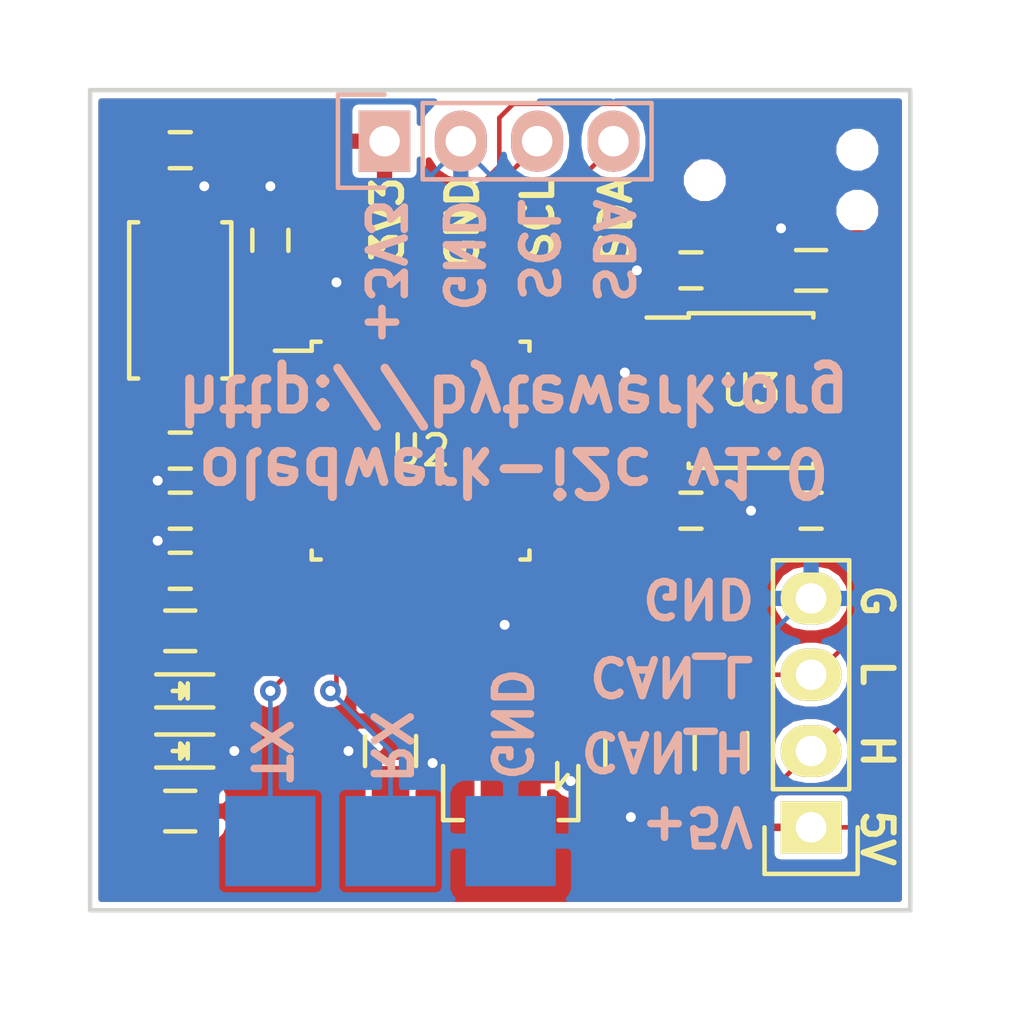
<source format=kicad_pcb>
(kicad_pcb (version 4) (host pcbnew 4.0.2+dfsg1-stable)

  (general
    (links 61)
    (no_connects 0)
    (area 29.924999 29.924999 57.375001 57.375001)
    (thickness 1.6)
    (drawings 24)
    (tracks 276)
    (zones 0)
    (modules 26)
    (nets 21)
  )

  (page A4)
  (layers
    (0 F.Cu signal)
    (31 B.Cu signal)
    (32 B.Adhes user)
    (33 F.Adhes user)
    (34 B.Paste user)
    (35 F.Paste user)
    (36 B.SilkS user)
    (37 F.SilkS user)
    (38 B.Mask user)
    (39 F.Mask user)
    (40 Dwgs.User user)
    (41 Cmts.User user)
    (42 Eco1.User user)
    (43 Eco2.User user)
    (44 Edge.Cuts user)
    (45 Margin user)
    (46 B.CrtYd user)
    (47 F.CrtYd user)
    (48 B.Fab user hide)
    (49 F.Fab user hide)
  )

  (setup
    (last_trace_width 0.25)
    (user_trace_width 0.25)
    (trace_clearance 0.1524)
    (zone_clearance 0.2)
    (zone_45_only no)
    (trace_min 0.1524)
    (segment_width 0.2)
    (edge_width 0.15)
    (via_size 0.6858)
    (via_drill 0.3302)
    (via_min_size 0.6858)
    (via_min_drill 0.3302)
    (uvia_size 0.3)
    (uvia_drill 0.1)
    (uvias_allowed no)
    (uvia_min_size 0)
    (uvia_min_drill 0)
    (pcb_text_width 0.3)
    (pcb_text_size 1.5 1.5)
    (mod_edge_width 0.15)
    (mod_text_size 1 1)
    (mod_text_width 0.15)
    (pad_size 1.524 1.524)
    (pad_drill 0.762)
    (pad_to_mask_clearance 0.05)
    (aux_axis_origin 0 0)
    (grid_origin 30 30)
    (visible_elements FFFFFF7F)
    (pcbplotparams
      (layerselection 0x00030_80000001)
      (usegerberextensions false)
      (excludeedgelayer true)
      (linewidth 0.100000)
      (plotframeref false)
      (viasonmask false)
      (mode 1)
      (useauxorigin false)
      (hpglpennumber 1)
      (hpglpenspeed 20)
      (hpglpendiameter 15)
      (hpglpenoverlay 2)
      (psnegative false)
      (psa4output false)
      (plotreference true)
      (plotvalue true)
      (plotinvisibletext false)
      (padsonsilk false)
      (subtractmaskfromsilk false)
      (outputformat 1)
      (mirror false)
      (drillshape 1)
      (scaleselection 1)
      (outputdirectory ""))
  )

  (net 0 "")
  (net 1 +5V)
  (net 2 GND)
  (net 3 +3V3)
  (net 4 "Net-(C5-Pad1)")
  (net 5 "Net-(C6-Pad1)")
  (net 6 NRST)
  (net 7 "Net-(D1-Pad2)")
  (net 8 "Net-(D2-Pad2)")
  (net 9 USR_LED)
  (net 10 SCL)
  (net 11 SDA)
  (net 12 CAN_H)
  (net 13 CAN_L)
  (net 14 CAN_S)
  (net 15 USART_TX)
  (net 16 USART_RX)
  (net 17 CAN_RXD)
  (net 18 CAN_TXD)
  (net 19 SWDIO)
  (net 20 SWCLK)

  (net_class Default "This is the default net class."
    (clearance 0.1524)
    (trace_width 0.1524)
    (via_dia 0.6858)
    (via_drill 0.3302)
    (uvia_dia 0.3)
    (uvia_drill 0.1)
    (add_net +3V3)
    (add_net +5V)
    (add_net CAN_H)
    (add_net CAN_L)
    (add_net CAN_RXD)
    (add_net CAN_S)
    (add_net CAN_TXD)
    (add_net GND)
    (add_net NRST)
    (add_net "Net-(C5-Pad1)")
    (add_net "Net-(C6-Pad1)")
    (add_net "Net-(D1-Pad2)")
    (add_net "Net-(D2-Pad2)")
    (add_net SCL)
    (add_net SDA)
    (add_net SWCLK)
    (add_net SWDIO)
    (add_net USART_RX)
    (add_net USART_TX)
    (add_net USR_LED)
  )

  (net_class 5V ""
    (clearance 0.25)
    (trace_width 0.25)
    (via_dia 0.6858)
    (via_drill 0.3302)
    (uvia_dia 0.3)
    (uvia_drill 0.1)
  )

  (module Capacitors_SMD:C_0805 (layer F.Cu) (tedit 576FC995) (tstamp 576FBAD3)
    (at 48 52 270)
    (descr "Capacitor SMD 0805, reflow soldering, AVX (see smccp.pdf)")
    (tags "capacitor 0805")
    (path /576FA266)
    (attr smd)
    (fp_text reference C1 (at 0 0 270) (layer F.Fab)
      (effects (font (size 1 1) (thickness 0.15)))
    )
    (fp_text value 10uF (at 0 2.1 270) (layer F.Fab)
      (effects (font (size 1 1) (thickness 0.15)))
    )
    (fp_line (start -1.8 -1) (end 1.8 -1) (layer F.CrtYd) (width 0.05))
    (fp_line (start -1.8 1) (end 1.8 1) (layer F.CrtYd) (width 0.05))
    (fp_line (start -1.8 -1) (end -1.8 1) (layer F.CrtYd) (width 0.05))
    (fp_line (start 1.8 -1) (end 1.8 1) (layer F.CrtYd) (width 0.05))
    (fp_line (start 0.5 -0.85) (end -0.5 -0.85) (layer F.SilkS) (width 0.15))
    (fp_line (start -0.5 0.85) (end 0.5 0.85) (layer F.SilkS) (width 0.15))
    (pad 1 smd rect (at -1 0 270) (size 1 1.25) (layers F.Cu F.Paste F.Mask)
      (net 1 +5V))
    (pad 2 smd rect (at 1 0 270) (size 1 1.25) (layers F.Cu F.Paste F.Mask)
      (net 2 GND))
    (model Capacitors_SMD.3dshapes/C_0805.wrl
      (at (xyz 0 0 0))
      (scale (xyz 1 1 1))
      (rotate (xyz 0 0 0))
    )
  )

  (module Capacitors_SMD:C_0805 (layer F.Cu) (tedit 576FC98E) (tstamp 576FBAD9)
    (at 40 52 270)
    (descr "Capacitor SMD 0805, reflow soldering, AVX (see smccp.pdf)")
    (tags "capacitor 0805")
    (path /576FA2D9)
    (attr smd)
    (fp_text reference C2 (at 0 0 270) (layer F.Fab)
      (effects (font (size 1 1) (thickness 0.15)))
    )
    (fp_text value 10uF (at 0 2.1 270) (layer F.Fab)
      (effects (font (size 1 1) (thickness 0.15)))
    )
    (fp_line (start -1.8 -1) (end 1.8 -1) (layer F.CrtYd) (width 0.05))
    (fp_line (start -1.8 1) (end 1.8 1) (layer F.CrtYd) (width 0.05))
    (fp_line (start -1.8 -1) (end -1.8 1) (layer F.CrtYd) (width 0.05))
    (fp_line (start 1.8 -1) (end 1.8 1) (layer F.CrtYd) (width 0.05))
    (fp_line (start 0.5 -0.85) (end -0.5 -0.85) (layer F.SilkS) (width 0.15))
    (fp_line (start -0.5 0.85) (end 0.5 0.85) (layer F.SilkS) (width 0.15))
    (pad 1 smd rect (at -1 0 270) (size 1 1.25) (layers F.Cu F.Paste F.Mask)
      (net 3 +3V3))
    (pad 2 smd rect (at 1 0 270) (size 1 1.25) (layers F.Cu F.Paste F.Mask)
      (net 2 GND))
    (model Capacitors_SMD.3dshapes/C_0805.wrl
      (at (xyz 0 0 0))
      (scale (xyz 1 1 1))
      (rotate (xyz 0 0 0))
    )
  )

  (module Capacitors_SMD:C_0603 (layer F.Cu) (tedit 576FC9A9) (tstamp 576FBADF)
    (at 54 44 180)
    (descr "Capacitor SMD 0603, reflow soldering, AVX (see smccp.pdf)")
    (tags "capacitor 0603")
    (path /576FA8F6)
    (attr smd)
    (fp_text reference C3 (at 0 0 180) (layer F.Fab)
      (effects (font (size 1 1) (thickness 0.15)))
    )
    (fp_text value 100nF (at 0 1.9 180) (layer F.Fab)
      (effects (font (size 1 1) (thickness 0.15)))
    )
    (fp_line (start -1.45 -0.75) (end 1.45 -0.75) (layer F.CrtYd) (width 0.05))
    (fp_line (start -1.45 0.75) (end 1.45 0.75) (layer F.CrtYd) (width 0.05))
    (fp_line (start -1.45 -0.75) (end -1.45 0.75) (layer F.CrtYd) (width 0.05))
    (fp_line (start 1.45 -0.75) (end 1.45 0.75) (layer F.CrtYd) (width 0.05))
    (fp_line (start -0.35 -0.6) (end 0.35 -0.6) (layer F.SilkS) (width 0.15))
    (fp_line (start 0.35 0.6) (end -0.35 0.6) (layer F.SilkS) (width 0.15))
    (pad 1 smd rect (at -0.75 0 180) (size 0.8 0.75) (layers F.Cu F.Paste F.Mask)
      (net 3 +3V3))
    (pad 2 smd rect (at 0.75 0 180) (size 0.8 0.75) (layers F.Cu F.Paste F.Mask)
      (net 2 GND))
    (model Capacitors_SMD.3dshapes/C_0603.wrl
      (at (xyz 0 0 0))
      (scale (xyz 1 1 1))
      (rotate (xyz 0 0 0))
    )
  )

  (module Capacitors_SMD:C_0603 (layer F.Cu) (tedit 576FC9B0) (tstamp 576FBAE5)
    (at 50 36 180)
    (descr "Capacitor SMD 0603, reflow soldering, AVX (see smccp.pdf)")
    (tags "capacitor 0603")
    (path /576FAA24)
    (attr smd)
    (fp_text reference C4 (at 0 0 180) (layer F.Fab)
      (effects (font (size 1 1) (thickness 0.15)))
    )
    (fp_text value 100nF (at 0 1.9 180) (layer F.Fab)
      (effects (font (size 1 1) (thickness 0.15)))
    )
    (fp_line (start -1.45 -0.75) (end 1.45 -0.75) (layer F.CrtYd) (width 0.05))
    (fp_line (start -1.45 0.75) (end 1.45 0.75) (layer F.CrtYd) (width 0.05))
    (fp_line (start -1.45 -0.75) (end -1.45 0.75) (layer F.CrtYd) (width 0.05))
    (fp_line (start 1.45 -0.75) (end 1.45 0.75) (layer F.CrtYd) (width 0.05))
    (fp_line (start -0.35 -0.6) (end 0.35 -0.6) (layer F.SilkS) (width 0.15))
    (fp_line (start 0.35 0.6) (end -0.35 0.6) (layer F.SilkS) (width 0.15))
    (pad 1 smd rect (at -0.75 0 180) (size 0.8 0.75) (layers F.Cu F.Paste F.Mask)
      (net 1 +5V))
    (pad 2 smd rect (at 0.75 0 180) (size 0.8 0.75) (layers F.Cu F.Paste F.Mask)
      (net 2 GND))
    (model Capacitors_SMD.3dshapes/C_0603.wrl
      (at (xyz 0 0 0))
      (scale (xyz 1 1 1))
      (rotate (xyz 0 0 0))
    )
  )

  (module Capacitors_SMD:C_0603 (layer F.Cu) (tedit 576FC9D8) (tstamp 576FBAEB)
    (at 33 32)
    (descr "Capacitor SMD 0603, reflow soldering, AVX (see smccp.pdf)")
    (tags "capacitor 0603")
    (path /576FCB8E)
    (attr smd)
    (fp_text reference C5 (at 0 0) (layer F.Fab)
      (effects (font (size 1 1) (thickness 0.15)))
    )
    (fp_text value 18pF (at 0 1.9) (layer F.Fab)
      (effects (font (size 1 1) (thickness 0.15)))
    )
    (fp_line (start -1.45 -0.75) (end 1.45 -0.75) (layer F.CrtYd) (width 0.05))
    (fp_line (start -1.45 0.75) (end 1.45 0.75) (layer F.CrtYd) (width 0.05))
    (fp_line (start -1.45 -0.75) (end -1.45 0.75) (layer F.CrtYd) (width 0.05))
    (fp_line (start 1.45 -0.75) (end 1.45 0.75) (layer F.CrtYd) (width 0.05))
    (fp_line (start -0.35 -0.6) (end 0.35 -0.6) (layer F.SilkS) (width 0.15))
    (fp_line (start 0.35 0.6) (end -0.35 0.6) (layer F.SilkS) (width 0.15))
    (pad 1 smd rect (at -0.75 0) (size 0.8 0.75) (layers F.Cu F.Paste F.Mask)
      (net 4 "Net-(C5-Pad1)"))
    (pad 2 smd rect (at 0.75 0) (size 0.8 0.75) (layers F.Cu F.Paste F.Mask)
      (net 2 GND))
    (model Capacitors_SMD.3dshapes/C_0603.wrl
      (at (xyz 0 0 0))
      (scale (xyz 1 1 1))
      (rotate (xyz 0 0 0))
    )
  )

  (module Capacitors_SMD:C_0603 (layer F.Cu) (tedit 576FC97E) (tstamp 576FBAF1)
    (at 33 42 180)
    (descr "Capacitor SMD 0603, reflow soldering, AVX (see smccp.pdf)")
    (tags "capacitor 0603")
    (path /576FCCBC)
    (attr smd)
    (fp_text reference C6 (at 0 0 180) (layer F.Fab)
      (effects (font (size 1 1) (thickness 0.15)))
    )
    (fp_text value 18pF (at 0 1.9 180) (layer F.Fab)
      (effects (font (size 1 1) (thickness 0.15)))
    )
    (fp_line (start -1.45 -0.75) (end 1.45 -0.75) (layer F.CrtYd) (width 0.05))
    (fp_line (start -1.45 0.75) (end 1.45 0.75) (layer F.CrtYd) (width 0.05))
    (fp_line (start -1.45 -0.75) (end -1.45 0.75) (layer F.CrtYd) (width 0.05))
    (fp_line (start 1.45 -0.75) (end 1.45 0.75) (layer F.CrtYd) (width 0.05))
    (fp_line (start -0.35 -0.6) (end 0.35 -0.6) (layer F.SilkS) (width 0.15))
    (fp_line (start 0.35 0.6) (end -0.35 0.6) (layer F.SilkS) (width 0.15))
    (pad 1 smd rect (at -0.75 0 180) (size 0.8 0.75) (layers F.Cu F.Paste F.Mask)
      (net 5 "Net-(C6-Pad1)"))
    (pad 2 smd rect (at 0.75 0 180) (size 0.8 0.75) (layers F.Cu F.Paste F.Mask)
      (net 2 GND))
    (model Capacitors_SMD.3dshapes/C_0603.wrl
      (at (xyz 0 0 0))
      (scale (xyz 1 1 1))
      (rotate (xyz 0 0 0))
    )
  )

  (module Capacitors_SMD:C_0603 (layer F.Cu) (tedit 576FC984) (tstamp 576FBAF7)
    (at 33 44 180)
    (descr "Capacitor SMD 0603, reflow soldering, AVX (see smccp.pdf)")
    (tags "capacitor 0603")
    (path /576FC921)
    (attr smd)
    (fp_text reference C7 (at 0 0 180) (layer F.Fab)
      (effects (font (size 1 1) (thickness 0.15)))
    )
    (fp_text value 100nF (at 0 1.9 180) (layer F.Fab)
      (effects (font (size 1 1) (thickness 0.15)))
    )
    (fp_line (start -1.45 -0.75) (end 1.45 -0.75) (layer F.CrtYd) (width 0.05))
    (fp_line (start -1.45 0.75) (end 1.45 0.75) (layer F.CrtYd) (width 0.05))
    (fp_line (start -1.45 -0.75) (end -1.45 0.75) (layer F.CrtYd) (width 0.05))
    (fp_line (start 1.45 -0.75) (end 1.45 0.75) (layer F.CrtYd) (width 0.05))
    (fp_line (start -0.35 -0.6) (end 0.35 -0.6) (layer F.SilkS) (width 0.15))
    (fp_line (start 0.35 0.6) (end -0.35 0.6) (layer F.SilkS) (width 0.15))
    (pad 1 smd rect (at -0.75 0 180) (size 0.8 0.75) (layers F.Cu F.Paste F.Mask)
      (net 6 NRST))
    (pad 2 smd rect (at 0.75 0 180) (size 0.8 0.75) (layers F.Cu F.Paste F.Mask)
      (net 2 GND))
    (model Capacitors_SMD.3dshapes/C_0603.wrl
      (at (xyz 0 0 0))
      (scale (xyz 1 1 1))
      (rotate (xyz 0 0 0))
    )
  )

  (module Capacitors_SMD:C_0603 (layer F.Cu) (tedit 576FC9D2) (tstamp 576FBAFD)
    (at 36 35 90)
    (descr "Capacitor SMD 0603, reflow soldering, AVX (see smccp.pdf)")
    (tags "capacitor 0603")
    (path /576FEC34)
    (attr smd)
    (fp_text reference C8 (at 0 0 90) (layer F.Fab)
      (effects (font (size 1 1) (thickness 0.15)))
    )
    (fp_text value 100nF (at 0 1.9 90) (layer F.Fab)
      (effects (font (size 1 1) (thickness 0.15)))
    )
    (fp_line (start -1.45 -0.75) (end 1.45 -0.75) (layer F.CrtYd) (width 0.05))
    (fp_line (start -1.45 0.75) (end 1.45 0.75) (layer F.CrtYd) (width 0.05))
    (fp_line (start -1.45 -0.75) (end -1.45 0.75) (layer F.CrtYd) (width 0.05))
    (fp_line (start 1.45 -0.75) (end 1.45 0.75) (layer F.CrtYd) (width 0.05))
    (fp_line (start -0.35 -0.6) (end 0.35 -0.6) (layer F.SilkS) (width 0.15))
    (fp_line (start 0.35 0.6) (end -0.35 0.6) (layer F.SilkS) (width 0.15))
    (pad 1 smd rect (at -0.75 0 90) (size 0.8 0.75) (layers F.Cu F.Paste F.Mask)
      (net 3 +3V3))
    (pad 2 smd rect (at 0.75 0 90) (size 0.8 0.75) (layers F.Cu F.Paste F.Mask)
      (net 2 GND))
    (model Capacitors_SMD.3dshapes/C_0603.wrl
      (at (xyz 0 0 0))
      (scale (xyz 1 1 1))
      (rotate (xyz 0 0 0))
    )
  )

  (module Capacitors_SMD:C_0603 (layer F.Cu) (tedit 576FC9A4) (tstamp 576FBB03)
    (at 50 44)
    (descr "Capacitor SMD 0603, reflow soldering, AVX (see smccp.pdf)")
    (tags "capacitor 0603")
    (path /576FEC00)
    (attr smd)
    (fp_text reference C9 (at 0 0) (layer F.Fab)
      (effects (font (size 1 1) (thickness 0.15)))
    )
    (fp_text value 100nF (at 0 1.9) (layer F.Fab)
      (effects (font (size 1 1) (thickness 0.15)))
    )
    (fp_line (start -1.45 -0.75) (end 1.45 -0.75) (layer F.CrtYd) (width 0.05))
    (fp_line (start -1.45 0.75) (end 1.45 0.75) (layer F.CrtYd) (width 0.05))
    (fp_line (start -1.45 -0.75) (end -1.45 0.75) (layer F.CrtYd) (width 0.05))
    (fp_line (start 1.45 -0.75) (end 1.45 0.75) (layer F.CrtYd) (width 0.05))
    (fp_line (start -0.35 -0.6) (end 0.35 -0.6) (layer F.SilkS) (width 0.15))
    (fp_line (start 0.35 0.6) (end -0.35 0.6) (layer F.SilkS) (width 0.15))
    (pad 1 smd rect (at -0.75 0) (size 0.8 0.75) (layers F.Cu F.Paste F.Mask)
      (net 3 +3V3))
    (pad 2 smd rect (at 0.75 0) (size 0.8 0.75) (layers F.Cu F.Paste F.Mask)
      (net 2 GND))
    (model Capacitors_SMD.3dshapes/C_0603.wrl
      (at (xyz 0 0 0))
      (scale (xyz 1 1 1))
      (rotate (xyz 0 0 0))
    )
  )

  (module Capacitors_SMD:C_0603 (layer F.Cu) (tedit 576FC976) (tstamp 576FBB09)
    (at 33 46 180)
    (descr "Capacitor SMD 0603, reflow soldering, AVX (see smccp.pdf)")
    (tags "capacitor 0603")
    (path /576FEB81)
    (attr smd)
    (fp_text reference C10 (at 0 0 180) (layer F.Fab)
      (effects (font (size 1 1) (thickness 0.15)))
    )
    (fp_text value 100nF (at 0 1.9 180) (layer F.Fab)
      (effects (font (size 1 1) (thickness 0.15)))
    )
    (fp_line (start -1.45 -0.75) (end 1.45 -0.75) (layer F.CrtYd) (width 0.05))
    (fp_line (start -1.45 0.75) (end 1.45 0.75) (layer F.CrtYd) (width 0.05))
    (fp_line (start -1.45 -0.75) (end -1.45 0.75) (layer F.CrtYd) (width 0.05))
    (fp_line (start 1.45 -0.75) (end 1.45 0.75) (layer F.CrtYd) (width 0.05))
    (fp_line (start -0.35 -0.6) (end 0.35 -0.6) (layer F.SilkS) (width 0.15))
    (fp_line (start 0.35 0.6) (end -0.35 0.6) (layer F.SilkS) (width 0.15))
    (pad 1 smd rect (at -0.75 0 180) (size 0.8 0.75) (layers F.Cu F.Paste F.Mask)
      (net 3 +3V3))
    (pad 2 smd rect (at 0.75 0 180) (size 0.8 0.75) (layers F.Cu F.Paste F.Mask)
      (net 2 GND))
    (model Capacitors_SMD.3dshapes/C_0603.wrl
      (at (xyz 0 0 0))
      (scale (xyz 1 1 1))
      (rotate (xyz 0 0 0))
    )
  )

  (module LEDs:LED_0603 (layer F.Cu) (tedit 576FC961) (tstamp 576FBB0F)
    (at 33 52 180)
    (descr "LED 0603 smd package")
    (tags "LED led 0603 SMD smd SMT smt smdled SMDLED smtled SMTLED")
    (path /576FADF1)
    (attr smd)
    (fp_text reference D1 (at 0 0 180) (layer F.Fab)
      (effects (font (size 1 1) (thickness 0.15)))
    )
    (fp_text value green (at 0 1.5 180) (layer F.Fab)
      (effects (font (size 1 1) (thickness 0.15)))
    )
    (fp_line (start -1.1 0.55) (end 0.8 0.55) (layer F.SilkS) (width 0.15))
    (fp_line (start -1.1 -0.55) (end 0.8 -0.55) (layer F.SilkS) (width 0.15))
    (fp_line (start -0.2 0) (end 0.25 0) (layer F.SilkS) (width 0.15))
    (fp_line (start -0.25 -0.25) (end -0.25 0.25) (layer F.SilkS) (width 0.15))
    (fp_line (start -0.25 0) (end 0 -0.25) (layer F.SilkS) (width 0.15))
    (fp_line (start 0 -0.25) (end 0 0.25) (layer F.SilkS) (width 0.15))
    (fp_line (start 0 0.25) (end -0.25 0) (layer F.SilkS) (width 0.15))
    (fp_line (start 1.4 -0.75) (end 1.4 0.75) (layer F.CrtYd) (width 0.05))
    (fp_line (start 1.4 0.75) (end -1.4 0.75) (layer F.CrtYd) (width 0.05))
    (fp_line (start -1.4 0.75) (end -1.4 -0.75) (layer F.CrtYd) (width 0.05))
    (fp_line (start -1.4 -0.75) (end 1.4 -0.75) (layer F.CrtYd) (width 0.05))
    (pad 2 smd rect (at 0.7493 0) (size 0.79756 0.79756) (layers F.Cu F.Paste F.Mask)
      (net 7 "Net-(D1-Pad2)"))
    (pad 1 smd rect (at -0.7493 0) (size 0.79756 0.79756) (layers F.Cu F.Paste F.Mask)
      (net 2 GND))
    (model LEDs.3dshapes/LED_0603.wrl
      (at (xyz 0 0 0))
      (scale (xyz 1 1 1))
      (rotate (xyz 0 0 180))
    )
  )

  (module LEDs:LED_0603 (layer F.Cu) (tedit 576FC968) (tstamp 576FBB15)
    (at 33 50 180)
    (descr "LED 0603 smd package")
    (tags "LED led 0603 SMD smd SMT smt smdled SMDLED smtled SMTLED")
    (path /576FB234)
    (attr smd)
    (fp_text reference D2 (at 0 0 180) (layer F.Fab)
      (effects (font (size 1 1) (thickness 0.15)))
    )
    (fp_text value red (at 0 1.5 180) (layer F.Fab)
      (effects (font (size 1 1) (thickness 0.15)))
    )
    (fp_line (start -1.1 0.55) (end 0.8 0.55) (layer F.SilkS) (width 0.15))
    (fp_line (start -1.1 -0.55) (end 0.8 -0.55) (layer F.SilkS) (width 0.15))
    (fp_line (start -0.2 0) (end 0.25 0) (layer F.SilkS) (width 0.15))
    (fp_line (start -0.25 -0.25) (end -0.25 0.25) (layer F.SilkS) (width 0.15))
    (fp_line (start -0.25 0) (end 0 -0.25) (layer F.SilkS) (width 0.15))
    (fp_line (start 0 -0.25) (end 0 0.25) (layer F.SilkS) (width 0.15))
    (fp_line (start 0 0.25) (end -0.25 0) (layer F.SilkS) (width 0.15))
    (fp_line (start 1.4 -0.75) (end 1.4 0.75) (layer F.CrtYd) (width 0.05))
    (fp_line (start 1.4 0.75) (end -1.4 0.75) (layer F.CrtYd) (width 0.05))
    (fp_line (start -1.4 0.75) (end -1.4 -0.75) (layer F.CrtYd) (width 0.05))
    (fp_line (start -1.4 -0.75) (end 1.4 -0.75) (layer F.CrtYd) (width 0.05))
    (pad 2 smd rect (at 0.7493 0) (size 0.79756 0.79756) (layers F.Cu F.Paste F.Mask)
      (net 8 "Net-(D2-Pad2)"))
    (pad 1 smd rect (at -0.7493 0) (size 0.79756 0.79756) (layers F.Cu F.Paste F.Mask)
      (net 9 USR_LED))
    (model LEDs.3dshapes/LED_0603.wrl
      (at (xyz 0 0 0))
      (scale (xyz 1 1 1))
      (rotate (xyz 0 0 180))
    )
  )

  (module Pin_Headers:Pin_Header_Straight_1x04 (layer B.Cu) (tedit 576FCD19) (tstamp 576FBB1D)
    (at 39.8 31.7 270)
    (descr "Through hole pin header")
    (tags "pin header")
    (path /576FA3DF)
    (fp_text reference P1 (at 0.1 -3.8 270) (layer B.Fab)
      (effects (font (size 1 1) (thickness 0.15)) (justify mirror))
    )
    (fp_text value CONN_01X04 (at 0 3.1 270) (layer B.Fab)
      (effects (font (size 1 1) (thickness 0.15)) (justify mirror))
    )
    (fp_line (start -1.75 1.75) (end -1.75 -9.4) (layer B.CrtYd) (width 0.05))
    (fp_line (start 1.75 1.75) (end 1.75 -9.4) (layer B.CrtYd) (width 0.05))
    (fp_line (start -1.75 1.75) (end 1.75 1.75) (layer B.CrtYd) (width 0.05))
    (fp_line (start -1.75 -9.4) (end 1.75 -9.4) (layer B.CrtYd) (width 0.05))
    (fp_line (start -1.27 -1.27) (end -1.27 -8.89) (layer B.SilkS) (width 0.15))
    (fp_line (start 1.27 -1.27) (end 1.27 -8.89) (layer B.SilkS) (width 0.15))
    (fp_line (start 1.55 1.55) (end 1.55 0) (layer B.SilkS) (width 0.15))
    (fp_line (start -1.27 -8.89) (end 1.27 -8.89) (layer B.SilkS) (width 0.15))
    (fp_line (start 1.27 -1.27) (end -1.27 -1.27) (layer B.SilkS) (width 0.15))
    (fp_line (start -1.55 0) (end -1.55 1.55) (layer B.SilkS) (width 0.15))
    (fp_line (start -1.55 1.55) (end 1.55 1.55) (layer B.SilkS) (width 0.15))
    (pad 1 thru_hole rect (at 0 0 270) (size 2.032 1.7272) (drill 1.016) (layers *.Cu *.Mask B.SilkS)
      (net 3 +3V3))
    (pad 2 thru_hole oval (at 0 -2.54 270) (size 2.032 1.7272) (drill 1.016) (layers *.Cu *.Mask B.SilkS)
      (net 2 GND))
    (pad 3 thru_hole oval (at 0 -5.08 270) (size 2.032 1.7272) (drill 1.016) (layers *.Cu *.Mask B.SilkS)
      (net 10 SCL))
    (pad 4 thru_hole oval (at 0 -7.62 270) (size 2.032 1.7272) (drill 1.016) (layers *.Cu *.Mask B.SilkS)
      (net 11 SDA))
    (model Pin_Headers.3dshapes/Pin_Header_Straight_1x04.wrl
      (at (xyz 0 -0.15 0))
      (scale (xyz 1 1 1))
      (rotate (xyz 0 0 90))
    )
  )

  (module Pin_Headers:Pin_Header_Straight_1x04 (layer F.Cu) (tedit 576FCA2B) (tstamp 576FBB25)
    (at 54 54.54 180)
    (descr "Through hole pin header")
    (tags "pin header")
    (path /577034CC)
    (fp_text reference P2 (at 0 3.74 180) (layer F.Fab)
      (effects (font (size 1 1) (thickness 0.15)))
    )
    (fp_text value CONN_01X04 (at 0 -3.1 180) (layer F.Fab)
      (effects (font (size 1 1) (thickness 0.15)))
    )
    (fp_line (start -1.75 -1.75) (end -1.75 9.4) (layer F.CrtYd) (width 0.05))
    (fp_line (start 1.75 -1.75) (end 1.75 9.4) (layer F.CrtYd) (width 0.05))
    (fp_line (start -1.75 -1.75) (end 1.75 -1.75) (layer F.CrtYd) (width 0.05))
    (fp_line (start -1.75 9.4) (end 1.75 9.4) (layer F.CrtYd) (width 0.05))
    (fp_line (start -1.27 1.27) (end -1.27 8.89) (layer F.SilkS) (width 0.15))
    (fp_line (start 1.27 1.27) (end 1.27 8.89) (layer F.SilkS) (width 0.15))
    (fp_line (start 1.55 -1.55) (end 1.55 0) (layer F.SilkS) (width 0.15))
    (fp_line (start -1.27 8.89) (end 1.27 8.89) (layer F.SilkS) (width 0.15))
    (fp_line (start 1.27 1.27) (end -1.27 1.27) (layer F.SilkS) (width 0.15))
    (fp_line (start -1.55 0) (end -1.55 -1.55) (layer F.SilkS) (width 0.15))
    (fp_line (start -1.55 -1.55) (end 1.55 -1.55) (layer F.SilkS) (width 0.15))
    (pad 1 thru_hole rect (at 0 0 180) (size 2.032 1.7272) (drill 1.016) (layers *.Cu *.Mask F.SilkS)
      (net 1 +5V))
    (pad 2 thru_hole oval (at 0 2.54 180) (size 2.032 1.7272) (drill 1.016) (layers *.Cu *.Mask F.SilkS)
      (net 12 CAN_H))
    (pad 3 thru_hole oval (at 0 5.08 180) (size 2.032 1.7272) (drill 1.016) (layers *.Cu *.Mask F.SilkS)
      (net 13 CAN_L))
    (pad 4 thru_hole oval (at 0 7.62 180) (size 2.032 1.7272) (drill 1.016) (layers *.Cu *.Mask F.SilkS)
      (net 2 GND))
    (model Pin_Headers.3dshapes/Pin_Header_Straight_1x04.wrl
      (at (xyz 0 -0.15 0))
      (scale (xyz 1 1 1))
      (rotate (xyz 0 0 90))
    )
  )

  (module Resistors_SMD:R_0603 (layer F.Cu) (tedit 576FC959) (tstamp 576FBB2B)
    (at 33 54 180)
    (descr "Resistor SMD 0603, reflow soldering, Vishay (see dcrcw.pdf)")
    (tags "resistor 0603")
    (path /576FAE68)
    (attr smd)
    (fp_text reference R1 (at 0 0 180) (layer F.Fab)
      (effects (font (size 1 1) (thickness 0.15)))
    )
    (fp_text value 1K (at 0 1.9 180) (layer F.Fab)
      (effects (font (size 1 1) (thickness 0.15)))
    )
    (fp_line (start -1.3 -0.8) (end 1.3 -0.8) (layer F.CrtYd) (width 0.05))
    (fp_line (start -1.3 0.8) (end 1.3 0.8) (layer F.CrtYd) (width 0.05))
    (fp_line (start -1.3 -0.8) (end -1.3 0.8) (layer F.CrtYd) (width 0.05))
    (fp_line (start 1.3 -0.8) (end 1.3 0.8) (layer F.CrtYd) (width 0.05))
    (fp_line (start 0.5 0.675) (end -0.5 0.675) (layer F.SilkS) (width 0.15))
    (fp_line (start -0.5 -0.675) (end 0.5 -0.675) (layer F.SilkS) (width 0.15))
    (pad 1 smd rect (at -0.75 0 180) (size 0.5 0.9) (layers F.Cu F.Paste F.Mask)
      (net 3 +3V3))
    (pad 2 smd rect (at 0.75 0 180) (size 0.5 0.9) (layers F.Cu F.Paste F.Mask)
      (net 7 "Net-(D1-Pad2)"))
    (model Resistors_SMD.3dshapes/R_0603.wrl
      (at (xyz 0 0 0))
      (scale (xyz 1 1 1))
      (rotate (xyz 0 0 0))
    )
  )

  (module Resistors_SMD:R_0603 (layer F.Cu) (tedit 576FC970) (tstamp 576FBB31)
    (at 33 48 180)
    (descr "Resistor SMD 0603, reflow soldering, Vishay (see dcrcw.pdf)")
    (tags "resistor 0603")
    (path /576FB23A)
    (attr smd)
    (fp_text reference R2 (at 0 0 180) (layer F.Fab)
      (effects (font (size 1 1) (thickness 0.15)))
    )
    (fp_text value 1K (at 0 1.9 180) (layer F.Fab)
      (effects (font (size 1 1) (thickness 0.15)))
    )
    (fp_line (start -1.3 -0.8) (end 1.3 -0.8) (layer F.CrtYd) (width 0.05))
    (fp_line (start -1.3 0.8) (end 1.3 0.8) (layer F.CrtYd) (width 0.05))
    (fp_line (start -1.3 -0.8) (end -1.3 0.8) (layer F.CrtYd) (width 0.05))
    (fp_line (start 1.3 -0.8) (end 1.3 0.8) (layer F.CrtYd) (width 0.05))
    (fp_line (start 0.5 0.675) (end -0.5 0.675) (layer F.SilkS) (width 0.15))
    (fp_line (start -0.5 -0.675) (end 0.5 -0.675) (layer F.SilkS) (width 0.15))
    (pad 1 smd rect (at -0.75 0 180) (size 0.5 0.9) (layers F.Cu F.Paste F.Mask)
      (net 3 +3V3))
    (pad 2 smd rect (at 0.75 0 180) (size 0.5 0.9) (layers F.Cu F.Paste F.Mask)
      (net 8 "Net-(D2-Pad2)"))
    (model Resistors_SMD.3dshapes/R_0603.wrl
      (at (xyz 0 0 0))
      (scale (xyz 1 1 1))
      (rotate (xyz 0 0 0))
    )
  )

  (module Resistors_SMD:R_0603 (layer F.Cu) (tedit 576FC9C8) (tstamp 576FBB37)
    (at 54 36)
    (descr "Resistor SMD 0603, reflow soldering, Vishay (see dcrcw.pdf)")
    (tags "resistor 0603")
    (path /577021D8)
    (attr smd)
    (fp_text reference R3 (at 0 0) (layer F.Fab)
      (effects (font (size 1 1) (thickness 0.15)))
    )
    (fp_text value 10K (at 0 1.9) (layer F.Fab)
      (effects (font (size 1 1) (thickness 0.15)))
    )
    (fp_line (start -1.3 -0.8) (end 1.3 -0.8) (layer F.CrtYd) (width 0.05))
    (fp_line (start -1.3 0.8) (end 1.3 0.8) (layer F.CrtYd) (width 0.05))
    (fp_line (start -1.3 -0.8) (end -1.3 0.8) (layer F.CrtYd) (width 0.05))
    (fp_line (start 1.3 -0.8) (end 1.3 0.8) (layer F.CrtYd) (width 0.05))
    (fp_line (start 0.5 0.675) (end -0.5 0.675) (layer F.SilkS) (width 0.15))
    (fp_line (start -0.5 -0.675) (end 0.5 -0.675) (layer F.SilkS) (width 0.15))
    (pad 1 smd rect (at -0.75 0) (size 0.5 0.9) (layers F.Cu F.Paste F.Mask)
      (net 3 +3V3))
    (pad 2 smd rect (at 0.75 0) (size 0.5 0.9) (layers F.Cu F.Paste F.Mask)
      (net 14 CAN_S))
    (model Resistors_SMD.3dshapes/R_0603.wrl
      (at (xyz 0 0 0))
      (scale (xyz 1 1 1))
      (rotate (xyz 0 0 0))
    )
  )

  (module Resistors_SMD:R_0805 (layer F.Cu) (tedit 576FC99A) (tstamp 576FBB3D)
    (at 51 52 90)
    (descr "Resistor SMD 0805, reflow soldering, Vishay (see dcrcw.pdf)")
    (tags "resistor 0805")
    (path /57703D26)
    (attr smd)
    (fp_text reference R4 (at 0 0 90) (layer F.Fab)
      (effects (font (size 1 1) (thickness 0.15)))
    )
    (fp_text value dnp (at 0 2.1 90) (layer F.Fab)
      (effects (font (size 1 1) (thickness 0.15)))
    )
    (fp_line (start -1.6 -1) (end 1.6 -1) (layer F.CrtYd) (width 0.05))
    (fp_line (start -1.6 1) (end 1.6 1) (layer F.CrtYd) (width 0.05))
    (fp_line (start -1.6 -1) (end -1.6 1) (layer F.CrtYd) (width 0.05))
    (fp_line (start 1.6 -1) (end 1.6 1) (layer F.CrtYd) (width 0.05))
    (fp_line (start 0.6 0.875) (end -0.6 0.875) (layer F.SilkS) (width 0.15))
    (fp_line (start -0.6 -0.875) (end 0.6 -0.875) (layer F.SilkS) (width 0.15))
    (pad 1 smd rect (at -0.95 0 90) (size 0.7 1.3) (layers F.Cu F.Paste F.Mask)
      (net 12 CAN_H))
    (pad 2 smd rect (at 0.95 0 90) (size 0.7 1.3) (layers F.Cu F.Paste F.Mask)
      (net 13 CAN_L))
    (model Resistors_SMD.3dshapes/R_0805.wrl
      (at (xyz 0 0 0))
      (scale (xyz 1 1 1))
      (rotate (xyz 0 0 0))
    )
  )

  (module TO_SOT_Packages_SMD:SOT89-3_Housing (layer F.Cu) (tedit 576FCA5A) (tstamp 576FBB46)
    (at 44 53 180)
    (descr "SOT89-3, Housing,")
    (tags "SOT89-3, Housing,")
    (path /576FA142)
    (attr smd)
    (fp_text reference U1 (at 0 0 180) (layer F.Fab)
      (effects (font (size 1 1) (thickness 0.15)))
    )
    (fp_text value MCP1754ST-3302E/MB (at -0.20066 4.59994 180) (layer F.Fab)
      (effects (font (size 1 1) (thickness 0.15)))
    )
    (fp_line (start -1.89992 0.20066) (end -1.651 -0.09906) (layer F.SilkS) (width 0.15))
    (fp_line (start -1.651 -0.09906) (end -1.5494 -0.24892) (layer F.SilkS) (width 0.15))
    (fp_line (start -1.5494 -0.24892) (end -1.5494 0.59944) (layer F.SilkS) (width 0.15))
    (fp_line (start -2.25044 -1.30048) (end -2.25044 0.50038) (layer F.SilkS) (width 0.15))
    (fp_line (start -2.25044 -1.30048) (end -1.6002 -1.30048) (layer F.SilkS) (width 0.15))
    (fp_line (start 2.25044 -1.30048) (end 2.25044 0.50038) (layer F.SilkS) (width 0.15))
    (fp_line (start 2.25044 -1.30048) (end 1.6002 -1.30048) (layer F.SilkS) (width 0.15))
    (pad 1 smd rect (at -1.50114 1.85166 180) (size 1.00076 1.50114) (layers F.Cu F.Paste F.Mask)
      (net 1 +5V))
    (pad 2 smd rect (at 0 1.85166 180) (size 1.00076 1.50114) (layers F.Cu F.Paste F.Mask)
      (net 2 GND))
    (pad 3 smd rect (at 1.50114 1.85166 180) (size 1.00076 1.50114) (layers F.Cu F.Paste F.Mask)
      (net 3 +3V3))
    (pad 2 smd rect (at 0 -1.09982 180) (size 1.99898 2.99974) (layers F.Cu F.Paste F.Mask)
      (net 2 GND))
    (pad 2 smd trapezoid (at 0 0.7493) (size 1.50114 0.7493) (rect_delta 0 0.50038 ) (layers F.Cu F.Paste F.Mask)
      (net 2 GND))
    (model TO_SOT_Packages_SMD.3dshapes/SOT89-3_Housing.wrl
      (at (xyz 0 0 0))
      (scale (xyz 0.3937 0.3937 0.3937))
      (rotate (xyz 0 0 0))
    )
  )

  (module Housings_QFP:LQFP-32_7x7mm_Pitch0.8mm (layer F.Cu) (tedit 54130A77) (tstamp 576FBB6A)
    (at 41 42)
    (descr "LQFP32: plastic low profile quad flat package; 32 leads; body 7 x 7 x 1.4 mm (see NXP sot358-1_po.pdf and sot358-1_fr.pdf)")
    (tags "QFP 0.8")
    (path /576FC104)
    (attr smd)
    (fp_text reference U2 (at 0 0) (layer F.SilkS)
      (effects (font (size 1 1) (thickness 0.15)))
    )
    (fp_text value STM32F042K6Tx (at 0 5.85) (layer F.Fab)
      (effects (font (size 1 1) (thickness 0.15)))
    )
    (fp_line (start -5.1 -5.1) (end -5.1 5.1) (layer F.CrtYd) (width 0.05))
    (fp_line (start 5.1 -5.1) (end 5.1 5.1) (layer F.CrtYd) (width 0.05))
    (fp_line (start -5.1 -5.1) (end 5.1 -5.1) (layer F.CrtYd) (width 0.05))
    (fp_line (start -5.1 5.1) (end 5.1 5.1) (layer F.CrtYd) (width 0.05))
    (fp_line (start -3.625 -3.625) (end -3.625 -3.325) (layer F.SilkS) (width 0.15))
    (fp_line (start 3.625 -3.625) (end 3.625 -3.325) (layer F.SilkS) (width 0.15))
    (fp_line (start 3.625 3.625) (end 3.625 3.325) (layer F.SilkS) (width 0.15))
    (fp_line (start -3.625 3.625) (end -3.625 3.325) (layer F.SilkS) (width 0.15))
    (fp_line (start -3.625 -3.625) (end -3.325 -3.625) (layer F.SilkS) (width 0.15))
    (fp_line (start -3.625 3.625) (end -3.325 3.625) (layer F.SilkS) (width 0.15))
    (fp_line (start 3.625 3.625) (end 3.325 3.625) (layer F.SilkS) (width 0.15))
    (fp_line (start 3.625 -3.625) (end 3.325 -3.625) (layer F.SilkS) (width 0.15))
    (fp_line (start -3.625 -3.325) (end -4.85 -3.325) (layer F.SilkS) (width 0.15))
    (pad 1 smd rect (at -4.25 -2.8) (size 1.2 0.6) (layers F.Cu F.Paste F.Mask)
      (net 3 +3V3))
    (pad 2 smd rect (at -4.25 -2) (size 1.2 0.6) (layers F.Cu F.Paste F.Mask)
      (net 4 "Net-(C5-Pad1)"))
    (pad 3 smd rect (at -4.25 -1.2) (size 1.2 0.6) (layers F.Cu F.Paste F.Mask)
      (net 5 "Net-(C6-Pad1)"))
    (pad 4 smd rect (at -4.25 -0.4) (size 1.2 0.6) (layers F.Cu F.Paste F.Mask)
      (net 6 NRST))
    (pad 5 smd rect (at -4.25 0.4) (size 1.2 0.6) (layers F.Cu F.Paste F.Mask)
      (net 3 +3V3))
    (pad 6 smd rect (at -4.25 1.2) (size 1.2 0.6) (layers F.Cu F.Paste F.Mask))
    (pad 7 smd rect (at -4.25 2) (size 1.2 0.6) (layers F.Cu F.Paste F.Mask)
      (net 9 USR_LED))
    (pad 8 smd rect (at -4.25 2.8) (size 1.2 0.6) (layers F.Cu F.Paste F.Mask)
      (net 15 USART_TX))
    (pad 9 smd rect (at -2.8 4.25 90) (size 1.2 0.6) (layers F.Cu F.Paste F.Mask)
      (net 16 USART_RX))
    (pad 10 smd rect (at -2 4.25 90) (size 1.2 0.6) (layers F.Cu F.Paste F.Mask))
    (pad 11 smd rect (at -1.2 4.25 90) (size 1.2 0.6) (layers F.Cu F.Paste F.Mask))
    (pad 12 smd rect (at -0.4 4.25 90) (size 1.2 0.6) (layers F.Cu F.Paste F.Mask))
    (pad 13 smd rect (at 0.4 4.25 90) (size 1.2 0.6) (layers F.Cu F.Paste F.Mask))
    (pad 14 smd rect (at 1.2 4.25 90) (size 1.2 0.6) (layers F.Cu F.Paste F.Mask))
    (pad 15 smd rect (at 2 4.25 90) (size 1.2 0.6) (layers F.Cu F.Paste F.Mask))
    (pad 16 smd rect (at 2.8 4.25 90) (size 1.2 0.6) (layers F.Cu F.Paste F.Mask)
      (net 2 GND))
    (pad 17 smd rect (at 4.25 2.8) (size 1.2 0.6) (layers F.Cu F.Paste F.Mask)
      (net 3 +3V3))
    (pad 18 smd rect (at 4.25 2) (size 1.2 0.6) (layers F.Cu F.Paste F.Mask)
      (net 14 CAN_S))
    (pad 19 smd rect (at 4.25 1.2) (size 1.2 0.6) (layers F.Cu F.Paste F.Mask))
    (pad 20 smd rect (at 4.25 0.4) (size 1.2 0.6) (layers F.Cu F.Paste F.Mask))
    (pad 21 smd rect (at 4.25 -0.4) (size 1.2 0.6) (layers F.Cu F.Paste F.Mask)
      (net 17 CAN_RXD))
    (pad 22 smd rect (at 4.25 -1.2) (size 1.2 0.6) (layers F.Cu F.Paste F.Mask)
      (net 18 CAN_TXD))
    (pad 23 smd rect (at 4.25 -2) (size 1.2 0.6) (layers F.Cu F.Paste F.Mask)
      (net 19 SWDIO))
    (pad 24 smd rect (at 4.25 -2.8) (size 1.2 0.6) (layers F.Cu F.Paste F.Mask)
      (net 20 SWCLK))
    (pad 25 smd rect (at 2.8 -4.25 90) (size 1.2 0.6) (layers F.Cu F.Paste F.Mask))
    (pad 26 smd rect (at 2 -4.25 90) (size 1.2 0.6) (layers F.Cu F.Paste F.Mask))
    (pad 27 smd rect (at 1.2 -4.25 90) (size 1.2 0.6) (layers F.Cu F.Paste F.Mask))
    (pad 28 smd rect (at 0.4 -4.25 90) (size 1.2 0.6) (layers F.Cu F.Paste F.Mask))
    (pad 29 smd rect (at -0.4 -4.25 90) (size 1.2 0.6) (layers F.Cu F.Paste F.Mask))
    (pad 30 smd rect (at -1.2 -4.25 90) (size 1.2 0.6) (layers F.Cu F.Paste F.Mask)
      (net 11 SDA))
    (pad 31 smd rect (at -2 -4.25 90) (size 1.2 0.6) (layers F.Cu F.Paste F.Mask)
      (net 10 SCL))
    (pad 32 smd rect (at -2.8 -4.25 90) (size 1.2 0.6) (layers F.Cu F.Paste F.Mask)
      (net 2 GND))
    (model Housings_QFP.3dshapes/LQFP-32_7x7mm_Pitch0.8mm.wrl
      (at (xyz 0 0 0))
      (scale (xyz 1 1 1))
      (rotate (xyz 0 0 0))
    )
  )

  (module Housings_SOIC:SOIC-8_3.9x4.9mm_Pitch1.27mm (layer F.Cu) (tedit 54130A77) (tstamp 576FBB76)
    (at 52 40)
    (descr "8-Lead Plastic Small Outline (SN) - Narrow, 3.90 mm Body [SOIC] (see Microchip Packaging Specification 00000049BS.pdf)")
    (tags "SOIC 1.27")
    (path /57708CE9)
    (attr smd)
    (fp_text reference U3 (at 0 0) (layer F.SilkS)
      (effects (font (size 1 1) (thickness 0.15)))
    )
    (fp_text value TJA1051T/3 (at 0 3.5) (layer F.Fab)
      (effects (font (size 1 1) (thickness 0.15)))
    )
    (fp_line (start -3.75 -2.75) (end -3.75 2.75) (layer F.CrtYd) (width 0.05))
    (fp_line (start 3.75 -2.75) (end 3.75 2.75) (layer F.CrtYd) (width 0.05))
    (fp_line (start -3.75 -2.75) (end 3.75 -2.75) (layer F.CrtYd) (width 0.05))
    (fp_line (start -3.75 2.75) (end 3.75 2.75) (layer F.CrtYd) (width 0.05))
    (fp_line (start -2.075 -2.575) (end -2.075 -2.43) (layer F.SilkS) (width 0.15))
    (fp_line (start 2.075 -2.575) (end 2.075 -2.43) (layer F.SilkS) (width 0.15))
    (fp_line (start 2.075 2.575) (end 2.075 2.43) (layer F.SilkS) (width 0.15))
    (fp_line (start -2.075 2.575) (end -2.075 2.43) (layer F.SilkS) (width 0.15))
    (fp_line (start -2.075 -2.575) (end 2.075 -2.575) (layer F.SilkS) (width 0.15))
    (fp_line (start -2.075 2.575) (end 2.075 2.575) (layer F.SilkS) (width 0.15))
    (fp_line (start -2.075 -2.43) (end -3.475 -2.43) (layer F.SilkS) (width 0.15))
    (pad 1 smd rect (at -2.7 -1.905) (size 1.55 0.6) (layers F.Cu F.Paste F.Mask)
      (net 18 CAN_TXD))
    (pad 2 smd rect (at -2.7 -0.635) (size 1.55 0.6) (layers F.Cu F.Paste F.Mask)
      (net 2 GND))
    (pad 3 smd rect (at -2.7 0.635) (size 1.55 0.6) (layers F.Cu F.Paste F.Mask)
      (net 1 +5V))
    (pad 4 smd rect (at -2.7 1.905) (size 1.55 0.6) (layers F.Cu F.Paste F.Mask)
      (net 17 CAN_RXD))
    (pad 5 smd rect (at 2.7 1.905) (size 1.55 0.6) (layers F.Cu F.Paste F.Mask)
      (net 3 +3V3))
    (pad 6 smd rect (at 2.7 0.635) (size 1.55 0.6) (layers F.Cu F.Paste F.Mask)
      (net 13 CAN_L))
    (pad 7 smd rect (at 2.7 -0.635) (size 1.55 0.6) (layers F.Cu F.Paste F.Mask)
      (net 12 CAN_H))
    (pad 8 smd rect (at 2.7 -1.905) (size 1.55 0.6) (layers F.Cu F.Paste F.Mask)
      (net 14 CAN_S))
    (model Housings_SOIC.3dshapes/SOIC-8_3.9x4.9mm_Pitch1.27mm.wrl
      (at (xyz 0 0 0))
      (scale (xyz 1 1 1))
      (rotate (xyz 0 0 0))
    )
  )

  (module Measurement_Points:Measurement_Point_Square-SMD-Pad_Big (layer B.Cu) (tedit 576FCA50) (tstamp 576FBB7B)
    (at 36 55)
    (descr "Mesurement Point, Square, SMD Pad,  3mm x 3mm,")
    (tags "Mesurement Point Square SMD Pad 3x3mm")
    (path /577063DD)
    (attr virtual)
    (fp_text reference W1 (at 0 0) (layer B.Fab)
      (effects (font (size 1 1) (thickness 0.15)) (justify mirror))
    )
    (fp_text value TX (at 0 -3) (layer B.Fab)
      (effects (font (size 1 1) (thickness 0.15)) (justify mirror))
    )
    (fp_line (start -1.75 1.75) (end 1.75 1.75) (layer B.CrtYd) (width 0.05))
    (fp_line (start 1.75 1.75) (end 1.75 -1.75) (layer B.CrtYd) (width 0.05))
    (fp_line (start 1.75 -1.75) (end -1.75 -1.75) (layer B.CrtYd) (width 0.05))
    (fp_line (start -1.75 -1.75) (end -1.75 1.75) (layer B.CrtYd) (width 0.05))
    (pad 1 smd rect (at 0 0) (size 3 3) (layers B.Cu B.Mask)
      (net 15 USART_TX))
  )

  (module Measurement_Points:Measurement_Point_Square-SMD-Pad_Big (layer B.Cu) (tedit 576FCA44) (tstamp 576FBB80)
    (at 40 55)
    (descr "Mesurement Point, Square, SMD Pad,  3mm x 3mm,")
    (tags "Mesurement Point Square SMD Pad 3x3mm")
    (path /57706464)
    (attr virtual)
    (fp_text reference W2 (at 0 0) (layer B.Fab)
      (effects (font (size 1 1) (thickness 0.15)) (justify mirror))
    )
    (fp_text value RX (at 0 -3) (layer B.Fab)
      (effects (font (size 1 1) (thickness 0.15)) (justify mirror))
    )
    (fp_line (start -1.75 1.75) (end 1.75 1.75) (layer B.CrtYd) (width 0.05))
    (fp_line (start 1.75 1.75) (end 1.75 -1.75) (layer B.CrtYd) (width 0.05))
    (fp_line (start 1.75 -1.75) (end -1.75 -1.75) (layer B.CrtYd) (width 0.05))
    (fp_line (start -1.75 -1.75) (end -1.75 1.75) (layer B.CrtYd) (width 0.05))
    (pad 1 smd rect (at 0 0) (size 3 3) (layers B.Cu B.Mask)
      (net 16 USART_RX))
  )

  (module Measurement_Points:Measurement_Point_Square-SMD-Pad_Big (layer B.Cu) (tedit 576FCA4C) (tstamp 576FBB85)
    (at 44 55)
    (descr "Mesurement Point, Square, SMD Pad,  3mm x 3mm,")
    (tags "Mesurement Point Square SMD Pad 3x3mm")
    (path /5770657F)
    (attr virtual)
    (fp_text reference W3 (at 0 0) (layer B.Fab)
      (effects (font (size 1 1) (thickness 0.15)) (justify mirror))
    )
    (fp_text value GND (at 0 -3) (layer B.Fab)
      (effects (font (size 1 1) (thickness 0.15)) (justify mirror))
    )
    (fp_line (start -1.75 1.75) (end 1.75 1.75) (layer B.CrtYd) (width 0.05))
    (fp_line (start 1.75 1.75) (end 1.75 -1.75) (layer B.CrtYd) (width 0.05))
    (fp_line (start 1.75 -1.75) (end -1.75 -1.75) (layer B.CrtYd) (width 0.05))
    (fp_line (start -1.75 -1.75) (end -1.75 1.75) (layer B.CrtYd) (width 0.05))
    (pad 1 smd rect (at 0 0) (size 3 3) (layers B.Cu B.Mask)
      (net 2 GND))
  )

  (module tagconnect:TC2030-NL (layer F.Cu) (tedit 576FCA19) (tstamp 576FBB92)
    (at 53 33)
    (path /57704B05)
    (fp_text reference X1 (at 0 0) (layer F.Fab)
      (effects (font (size 1 1) (thickness 0.15)))
    )
    (fp_text value CON_SWD (at 0 -2.54) (layer F.Fab) hide
      (effects (font (size 1 1) (thickness 0.15)))
    )
    (pad "" np_thru_hole circle (at 2.54 -1.016) (size 0.9906 0.9906) (drill 0.9906) (layers *.Cu *.Mask F.SilkS))
    (pad "" np_thru_hole circle (at 2.54 1.016) (size 0.9906 0.9906) (drill 0.9906) (layers *.Cu *.Mask F.SilkS))
    (pad 5 connect circle (at 1.27 0.635) (size 0.7874 0.7874) (layers F.Cu F.Mask)
      (net 6 NRST))
    (pad 3 connect circle (at 0 0.635) (size 0.7874 0.7874) (layers F.Cu F.Mask)
      (net 2 GND))
    (pad 1 connect circle (at -1.27 0.635) (size 0.7874 0.7874) (layers F.Cu F.Mask)
      (net 3 +3V3))
    (pad 6 connect circle (at 1.27 -0.635) (size 0.7874 0.7874) (layers F.Cu F.Mask))
    (pad 2 connect circle (at -1.27 -0.635) (size 0.7874 0.7874) (layers F.Cu F.Mask)
      (net 20 SWCLK))
    (pad 4 connect circle (at 0 -0.635) (size 0.7874 0.7874) (layers F.Cu F.Mask)
      (net 19 SWDIO))
    (pad "" np_thru_hole circle (at -2.54 0) (size 0.9906 0.9906) (drill 0.9906) (layers *.Cu *.Mask F.SilkS))
  )

  (module Crystals:ABM3 (layer F.Cu) (tedit 576FC9E1) (tstamp 576FBB98)
    (at 33 37 270)
    (descr "Abracon Miniature Ceramic Smd Crystal http://www.abracon.com/Resonators/abm3.pdf")
    (tags "smd crystal")
    (path /576FCB0F)
    (attr smd)
    (fp_text reference Y1 (at 0 0 270) (layer F.Fab)
      (effects (font (size 1 1) (thickness 0.15)))
    )
    (fp_text value 8MHz (at 0 3 270) (layer F.Fab)
      (effects (font (size 1 1) (thickness 0.15)))
    )
    (fp_line (start -3.5 2.1) (end -3.5 -2.1) (layer F.CrtYd) (width 0.05))
    (fp_line (start 3.5 2.1) (end -3.5 2.1) (layer F.CrtYd) (width 0.05))
    (fp_line (start 3.5 -2.1) (end 3.5 2.1) (layer F.CrtYd) (width 0.05))
    (fp_line (start -3.5 -2.1) (end 3.5 -2.1) (layer F.CrtYd) (width 0.05))
    (fp_line (start 2.6 1.7) (end 2.6 1.4) (layer F.SilkS) (width 0.15))
    (fp_line (start -2.6 1.7) (end -2.6 1.4) (layer F.SilkS) (width 0.15))
    (fp_line (start -2.6 -1.7) (end -2.6 -1.4) (layer F.SilkS) (width 0.15))
    (fp_line (start 2.6 -1.7) (end 2.6 -1.4) (layer F.SilkS) (width 0.15))
    (fp_line (start -2.6 -1.7) (end 2.6 -1.7) (layer F.SilkS) (width 0.15))
    (fp_line (start -2.6 1.7) (end 2.6 1.7) (layer F.SilkS) (width 0.15))
    (pad 2 smd rect (at 2.05 0 270) (size 1.9 2.4) (layers F.Cu F.Paste F.Mask)
      (net 5 "Net-(C6-Pad1)"))
    (pad 1 smd rect (at -2.05 0 270) (size 1.9 2.4) (layers F.Cu F.Paste F.Mask)
      (net 4 "Net-(C5-Pad1)"))
  )

  (gr_text "oledwerk-i2c v1.0\nhttp://bytewerk.org" (at 44.1 41.5 180) (layer B.SilkS)
    (effects (font (size 1.5 1.5) (thickness 0.3)) (justify mirror))
  )
  (gr_text SDA (at 47.4 33.5 270) (layer B.SilkS) (tstamp 576FCF61)
    (effects (font (size 1.2 1.2) (thickness 0.25)) (justify right mirror))
  )
  (gr_text SCL (at 44.9 33.5 270) (layer B.SilkS) (tstamp 576FCF5D)
    (effects (font (size 1.2 1.2) (thickness 0.25)) (justify right mirror))
  )
  (gr_text +3V3 (at 39.8 33.5 270) (layer B.SilkS) (tstamp 576FCF5A)
    (effects (font (size 1.2 1.2) (thickness 0.25)) (justify right mirror))
  )
  (gr_text GND (at 42.4 33.5 270) (layer B.SilkS) (tstamp 576FCF53)
    (effects (font (size 1.2 1.2) (thickness 0.25)) (justify right mirror))
  )
  (gr_text TX (at 36 53.2 270) (layer B.SilkS) (tstamp 576FCF25)
    (effects (font (size 1.2 1.2) (thickness 0.25)) (justify left mirror))
  )
  (gr_text RX (at 40 53.2 270) (layer B.SilkS) (tstamp 576FCF20)
    (effects (font (size 1.2 1.2) (thickness 0.25)) (justify left mirror))
  )
  (gr_text GND (at 44 53.1 270) (layer B.SilkS) (tstamp 576FCF18)
    (effects (font (size 1.2 1.2) (thickness 0.25)) (justify left mirror))
  )
  (gr_text +5V (at 52.2 54.5 180) (layer B.SilkS) (tstamp 576FCED8)
    (effects (font (size 1.2 1.2) (thickness 0.25)) (justify right mirror))
  )
  (gr_text CAN_H (at 52.2 52 180) (layer B.SilkS) (tstamp 576FCEC8)
    (effects (font (size 1.2 1.2) (thickness 0.25)) (justify right mirror))
  )
  (gr_text CAN_L (at 52.2 49.5 180) (layer B.SilkS)
    (effects (font (size 1.2 1.2) (thickness 0.25)) (justify right mirror))
  )
  (gr_text GND (at 52.25 46.9 180) (layer B.SilkS)
    (effects (font (size 1.2 1.2) (thickness 0.25)) (justify right mirror))
  )
  (gr_text SDA (at 47.5 34.3 90) (layer F.SilkS) (tstamp 576FCE2D)
    (effects (font (size 1 1) (thickness 0.2)))
  )
  (gr_text SCL (at 44.9 34.3 90) (layer F.SilkS) (tstamp 576FCE1E)
    (effects (font (size 1 1) (thickness 0.2)))
  )
  (gr_text GND (at 42.4 34.4 90) (layer F.SilkS) (tstamp 576FCE0B)
    (effects (font (size 1 1) (thickness 0.2)))
  )
  (gr_text 3V3 (at 39.9 34.3 90) (layer F.SilkS)
    (effects (font (size 1 1) (thickness 0.2)))
  )
  (gr_text G (at 56.2 47 270) (layer F.SilkS) (tstamp 576FCDBA)
    (effects (font (size 1 1) (thickness 0.2)))
  )
  (gr_text 5V (at 56.2 54.9 270) (layer F.SilkS) (tstamp 576FCD9E)
    (effects (font (size 1 1) (thickness 0.2)))
  )
  (gr_text H (at 56.2 52 270) (layer F.SilkS) (tstamp 576FCD95)
    (effects (font (size 1 1) (thickness 0.2)))
  )
  (gr_text L (at 56.2 49.4 270) (layer F.SilkS)
    (effects (font (size 1 1) (thickness 0.2)))
  )
  (gr_line (start 30 57.3) (end 30 30) (layer Edge.Cuts) (width 0.15))
  (gr_line (start 57.3 57.3) (end 30 57.3) (layer Edge.Cuts) (width 0.15))
  (gr_line (start 57.3 30) (end 57.3 57.3) (layer Edge.Cuts) (width 0.15))
  (gr_line (start 30 30) (end 57.3 30) (layer Edge.Cuts) (width 0.15))

  (segment (start 48 51) (end 45.64948 51) (width 0.25) (layer F.Cu) (net 1))
  (segment (start 45.64948 51) (end 45.50114 51.14834) (width 0.25) (layer F.Cu) (net 1))
  (segment (start 54 54.54) (end 50.006052 54.54) (width 0.25) (layer F.Cu) (net 1))
  (segment (start 50.006052 54.54) (end 49.151092 53.68504) (width 0.25) (layer F.Cu) (net 1))
  (segment (start 49.151092 53.68504) (end 49.151092 52.026092) (width 0.25) (layer F.Cu) (net 1))
  (segment (start 49.151092 52.026092) (end 48.125 51) (width 0.25) (layer F.Cu) (net 1))
  (segment (start 48.125 51) (end 48 51) (width 0.25) (layer F.Cu) (net 1))
  (segment (start 54 54.54) (end 56.1684 54.54) (width 0.1524) (layer F.Cu) (net 1))
  (segment (start 56.340458 36.478976) (end 55.182881 35.321399) (width 0.1524) (layer F.Cu) (net 1))
  (segment (start 56.1684 54.54) (end 56.340458 54.367942) (width 0.1524) (layer F.Cu) (net 1))
  (segment (start 56.340458 54.367942) (end 56.340458 36.478976) (width 0.1524) (layer F.Cu) (net 1))
  (segment (start 55.182881 35.321399) (end 54.317119 35.321399) (width 0.1524) (layer F.Cu) (net 1))
  (segment (start 54.317119 35.321399) (end 54.208759 35.429759) (width 0.1524) (layer F.Cu) (net 1))
  (segment (start 54.208759 35.429759) (end 54.208759 37.037331) (width 0.1524) (layer F.Cu) (net 1))
  (segment (start 52.952038 37.515498) (end 51.43654 36) (width 0.1524) (layer F.Cu) (net 1))
  (segment (start 54.208759 37.037331) (end 53.730592 37.515498) (width 0.1524) (layer F.Cu) (net 1))
  (segment (start 51.43654 36) (end 50.75 36) (width 0.1524) (layer F.Cu) (net 1))
  (segment (start 53.730592 37.515498) (end 52.952038 37.515498) (width 0.1524) (layer F.Cu) (net 1))
  (segment (start 50.75 36) (end 50.75 39.66) (width 0.1524) (layer F.Cu) (net 1))
  (segment (start 50.75 39.66) (end 49.775 40.635) (width 0.1524) (layer F.Cu) (net 1))
  (segment (start 38.2 33.2) (end 40.9924 33.2) (width 0.1524) (layer B.Cu) (net 2))
  (segment (start 38.2 36.4) (end 38.2 33.2) (width 0.1524) (layer B.Cu) (net 2))
  (segment (start 38.2 33.2) (end 36 33.2) (width 0.1524) (layer B.Cu) (net 2))
  (segment (start 32.25 45) (end 32.25 47.2) (width 0.1524) (layer B.Cu) (net 2))
  (segment (start 32.25 47.2) (end 32.25 49.45) (width 0.1524) (layer B.Cu) (net 2))
  (segment (start 36 33.2) (end 36 43.45) (width 0.1524) (layer B.Cu) (net 2))
  (segment (start 36 43.45) (end 32.25 47.2) (width 0.1524) (layer B.Cu) (net 2))
  (segment (start 47.2 55) (end 46 55) (width 0.1524) (layer B.Cu) (net 2))
  (segment (start 46 55) (end 44 55) (width 0.1524) (layer B.Cu) (net 2))
  (segment (start 46 53) (end 46 55) (width 0.1524) (layer B.Cu) (net 2))
  (segment (start 46 53) (end 44.7493 53) (width 0.1524) (layer F.Cu) (net 2))
  (segment (start 48 53) (end 46 53) (width 0.1524) (layer F.Cu) (net 2))
  (via (at 46 53) (size 0.6858) (drill 0.3302) (layers F.Cu B.Cu) (net 2))
  (segment (start 52 44) (end 47.8 39.8) (width 0.1524) (layer B.Cu) (net 2))
  (segment (start 47.8 39.8) (end 47.8 39.4) (width 0.1524) (layer B.Cu) (net 2))
  (segment (start 41.4 52.4) (end 43.8 52.4) (width 0.1524) (layer B.Cu) (net 2))
  (segment (start 43.8 52.4) (end 44 52.4) (width 0.1524) (layer B.Cu) (net 2))
  (segment (start 43.8 47.8) (end 43.8 52.4) (width 0.1524) (layer B.Cu) (net 2))
  (segment (start 43.8 46.25) (end 43.8 47.8) (width 0.1524) (layer F.Cu) (net 2))
  (via (at 43.8 47.8) (size 0.6858) (drill 0.3302) (layers F.Cu B.Cu) (net 2))
  (segment (start 38.2 37.75) (end 38.2 36.4) (width 0.1524) (layer F.Cu) (net 2))
  (via (at 38.2 36.4) (size 0.6858) (drill 0.3302) (layers F.Cu B.Cu) (net 2))
  (segment (start 33.8 33.2) (end 36 33.2) (width 0.1524) (layer B.Cu) (net 2))
  (segment (start 33.75 32) (end 33.75 33.15) (width 0.1524) (layer F.Cu) (net 2))
  (segment (start 33.75 33.15) (end 33.8 33.2) (width 0.1524) (layer F.Cu) (net 2))
  (via (at 33.8 33.2) (size 0.6858) (drill 0.3302) (layers F.Cu B.Cu) (net 2))
  (segment (start 40.9924 33.2) (end 42.34 31.8524) (width 0.1524) (layer B.Cu) (net 2))
  (segment (start 42.34 31.8524) (end 42.34 31.7) (width 0.1524) (layer B.Cu) (net 2))
  (segment (start 36 34.25) (end 36 33.2) (width 0.1524) (layer F.Cu) (net 2))
  (via (at 36 33.2) (size 0.6858) (drill 0.3302) (layers F.Cu B.Cu) (net 2))
  (segment (start 48 53) (end 48 54.2) (width 0.1524) (layer B.Cu) (net 2))
  (segment (start 49.4 53) (end 48 53) (width 0.1524) (layer B.Cu) (net 2))
  (segment (start 49.4 51.3676) (end 49.4 53) (width 0.1524) (layer B.Cu) (net 2))
  (segment (start 54 46.92) (end 53.8476 46.92) (width 0.1524) (layer B.Cu) (net 2))
  (segment (start 53.8476 46.92) (end 49.4 51.3676) (width 0.1524) (layer B.Cu) (net 2))
  (segment (start 53.25 44) (end 52 44) (width 0.1524) (layer F.Cu) (net 2))
  (segment (start 52 46.8) (end 52.12 46.92) (width 0.1524) (layer B.Cu) (net 2))
  (segment (start 52.12 46.92) (end 54 46.92) (width 0.1524) (layer B.Cu) (net 2))
  (segment (start 52 44) (end 52 46.8) (width 0.1524) (layer B.Cu) (net 2))
  (segment (start 51.3024 44) (end 52 44) (width 0.1524) (layer F.Cu) (net 2))
  (via (at 52 44) (size 0.6858) (drill 0.3302) (layers F.Cu B.Cu) (net 2))
  (segment (start 50.75 44) (end 51.3024 44) (width 0.1524) (layer F.Cu) (net 2))
  (segment (start 48 54.2) (end 47.2 55) (width 0.1524) (layer B.Cu) (net 2))
  (segment (start 48 53) (end 48 54.2) (width 0.1524) (layer F.Cu) (net 2))
  (via (at 48 54.2) (size 0.6858) (drill 0.3302) (layers F.Cu B.Cu) (net 2))
  (segment (start 44.7493 53) (end 44 52.2507) (width 0.1524) (layer F.Cu) (net 2))
  (segment (start 41.4 52.4) (end 43.8507 52.4) (width 0.1524) (layer F.Cu) (net 2))
  (segment (start 43.8507 52.4) (end 44 52.2507) (width 0.1524) (layer F.Cu) (net 2))
  (segment (start 44 52.4) (end 44 55) (width 0.1524) (layer B.Cu) (net 2))
  (segment (start 40 53) (end 40.8 53) (width 0.1524) (layer F.Cu) (net 2))
  (segment (start 40.8 53) (end 41.4 52.4) (width 0.1524) (layer F.Cu) (net 2))
  (via (at 41.4 52.4) (size 0.6858) (drill 0.3302) (layers F.Cu B.Cu) (net 2))
  (segment (start 38.6 52) (end 38.6 51.515067) (width 0.1524) (layer B.Cu) (net 2))
  (segment (start 38.6 51.515067) (end 36.513432 49.428499) (width 0.1524) (layer B.Cu) (net 2))
  (segment (start 36.513432 49.428499) (end 35.725679 49.428499) (width 0.1524) (layer B.Cu) (net 2))
  (segment (start 35.725679 49.428499) (end 34.8 50.354178) (width 0.1524) (layer B.Cu) (net 2))
  (segment (start 34.8 50.354178) (end 34.8 51.515067) (width 0.1524) (layer B.Cu) (net 2))
  (segment (start 34.8 51.515067) (end 34.8 52) (width 0.1524) (layer B.Cu) (net 2))
  (segment (start 40 53) (end 39.875 53) (width 0.1524) (layer F.Cu) (net 2))
  (segment (start 39.875 53) (end 38.875 52) (width 0.1524) (layer F.Cu) (net 2))
  (segment (start 38.875 52) (end 38.6 52) (width 0.1524) (layer F.Cu) (net 2))
  (via (at 38.6 52) (size 0.6858) (drill 0.3302) (layers F.Cu B.Cu) (net 2))
  (segment (start 34.8 52) (end 33.7493 52) (width 0.1524) (layer F.Cu) (net 2))
  (segment (start 32.25 49.45) (end 34.8 52) (width 0.1524) (layer B.Cu) (net 2))
  (via (at 34.8 52) (size 0.6858) (drill 0.3302) (layers F.Cu B.Cu) (net 2))
  (segment (start 32.25 45) (end 32.25 44) (width 0.1524) (layer F.Cu) (net 2))
  (segment (start 32.25 45.4726) (end 32.25 45) (width 0.1524) (layer F.Cu) (net 2))
  (via (at 32.25 45) (size 0.6858) (drill 0.3302) (layers F.Cu B.Cu) (net 2))
  (segment (start 32.25 43) (end 32.25 42) (width 0.1524) (layer F.Cu) (net 2))
  (segment (start 32.25 43.4726) (end 32.25 43) (width 0.1524) (layer F.Cu) (net 2))
  (via (at 32.25 43) (size 0.6858) (drill 0.3302) (layers F.Cu B.Cu) (net 2))
  (segment (start 53 34.6) (end 49.6 34.6) (width 0.1524) (layer B.Cu) (net 2))
  (segment (start 49.6 34.6) (end 48.2 36) (width 0.1524) (layer B.Cu) (net 2))
  (segment (start 53 33.635) (end 53 34.6) (width 0.1524) (layer F.Cu) (net 2))
  (via (at 53 34.6) (size 0.6858) (drill 0.3302) (layers F.Cu B.Cu) (net 2))
  (segment (start 42.34 31.8524) (end 46.4876 36) (width 0.1524) (layer B.Cu) (net 2))
  (segment (start 46.4876 36) (end 47.715067 36) (width 0.1524) (layer B.Cu) (net 2))
  (segment (start 47.715067 36) (end 48.2 36) (width 0.1524) (layer B.Cu) (net 2))
  (segment (start 48.2 36) (end 49.25 36) (width 0.1524) (layer F.Cu) (net 2))
  (segment (start 47.8 39.4) (end 48.2 39) (width 0.1524) (layer B.Cu) (net 2))
  (segment (start 48.2 39) (end 48.2 36) (width 0.1524) (layer B.Cu) (net 2))
  (via (at 48.2 36) (size 0.6858) (drill 0.3302) (layers F.Cu B.Cu) (net 2))
  (segment (start 49.3 39.365) (end 47.835 39.365) (width 0.1524) (layer F.Cu) (net 2))
  (via (at 47.8 39.4) (size 0.6858) (drill 0.3302) (layers F.Cu B.Cu) (net 2))
  (segment (start 47.835 39.365) (end 47.8 39.4) (width 0.1524) (layer F.Cu) (net 2))
  (segment (start 44 52.2507) (end 44 54.09982) (width 0.1524) (layer F.Cu) (net 2))
  (segment (start 44 51.14834) (end 44 52.2507) (width 0.1524) (layer F.Cu) (net 2))
  (segment (start 32.25 46) (end 32.25 45.4726) (width 0.1524) (layer F.Cu) (net 2))
  (segment (start 32.25 44) (end 32.25 43.4726) (width 0.1524) (layer F.Cu) (net 2))
  (segment (start 33.75 46) (end 34.338001 46) (width 0.1524) (layer F.Cu) (net 3))
  (segment (start 34.338001 46) (end 35.317749 45.020252) (width 0.1524) (layer F.Cu) (net 3))
  (segment (start 35.317749 45.020252) (end 35.317749 43.079851) (width 0.1524) (layer F.Cu) (net 3))
  (segment (start 35.317749 43.079851) (end 35.9976 42.4) (width 0.1524) (layer F.Cu) (net 3))
  (segment (start 35.9976 42.4) (end 36.75 42.4) (width 0.1524) (layer F.Cu) (net 3))
  (segment (start 42.49886 51.14834) (end 42.49886 49.54111) (width 0.1524) (layer F.Cu) (net 3))
  (segment (start 42.49886 49.54111) (end 48.249403 49.54111) (width 0.1524) (layer F.Cu) (net 3))
  (segment (start 48.249403 49.54111) (end 49.25 48.540513) (width 0.1524) (layer F.Cu) (net 3))
  (segment (start 49.25 48.540513) (end 49.25 45.4) (width 0.1524) (layer F.Cu) (net 3))
  (segment (start 53.25 36) (end 53.25 35.8) (width 0.1524) (layer F.Cu) (net 3))
  (segment (start 53.25 35.8) (end 54.310099 34.739901) (width 0.1524) (layer F.Cu) (net 3))
  (segment (start 54.310099 34.739901) (end 55.887473 34.739901) (width 0.1524) (layer F.Cu) (net 3))
  (segment (start 55.887473 34.739901) (end 56.645269 35.497697) (width 0.1524) (layer F.Cu) (net 3))
  (segment (start 56.645269 35.497697) (end 56.645269 55.185813) (width 0.1524) (layer F.Cu) (net 3))
  (segment (start 37.794997 53.942874) (end 37.794997 51) (width 0.1524) (layer F.Cu) (net 3))
  (segment (start 56.645269 55.185813) (end 56.002791 55.828291) (width 0.1524) (layer F.Cu) (net 3))
  (segment (start 56.002791 55.828291) (end 39.680414 55.828291) (width 0.1524) (layer F.Cu) (net 3))
  (segment (start 39.680414 55.828291) (end 37.794997 53.942874) (width 0.1524) (layer F.Cu) (net 3))
  (segment (start 37.794997 51) (end 38.2 51) (width 0.1524) (layer F.Cu) (net 3))
  (segment (start 33.121919 51) (end 32.041658 51) (width 0.1524) (layer F.Cu) (net 3))
  (segment (start 32.041658 51) (end 31.571399 50.529741) (width 0.1524) (layer F.Cu) (net 3))
  (segment (start 31.571399 50.529741) (end 31.571399 46.507881) (width 0.1524) (layer F.Cu) (net 3))
  (segment (start 39.2226 51) (end 38.2 51) (width 0.1524) (layer F.Cu) (net 3))
  (segment (start 38.2 51) (end 33.121919 51) (width 0.1524) (layer F.Cu) (net 3))
  (segment (start 49.25 45.4) (end 49.25 44) (width 0.1524) (layer F.Cu) (net 3))
  (segment (start 54.75 44) (end 54.75 44.5274) (width 0.1524) (layer F.Cu) (net 3))
  (segment (start 54.75 44.5274) (end 53.8774 45.4) (width 0.1524) (layer F.Cu) (net 3))
  (segment (start 53.8774 45.4) (end 49.25 45.4) (width 0.1524) (layer F.Cu) (net 3))
  (segment (start 51.73 33.635) (end 51.73 34.8824) (width 0.1524) (layer F.Cu) (net 3))
  (segment (start 51.73 34.8824) (end 52.8476 36) (width 0.1524) (layer F.Cu) (net 3))
  (segment (start 52.8476 36) (end 53.25 36) (width 0.1524) (layer F.Cu) (net 3))
  (segment (start 38.480399 31.396399) (end 35 31.396399) (width 0.1524) (layer F.Cu) (net 3))
  (segment (start 35 31.396399) (end 34.332881 31.396399) (width 0.1524) (layer F.Cu) (net 3))
  (segment (start 35 35.2774) (end 35 31.396399) (width 0.1524) (layer F.Cu) (net 3))
  (segment (start 36 35.75) (end 35.4726 35.75) (width 0.1524) (layer F.Cu) (net 3))
  (segment (start 35.4726 35.75) (end 35 35.2774) (width 0.1524) (layer F.Cu) (net 3))
  (segment (start 39.8 31.7) (end 38.784 31.7) (width 0.1524) (layer F.Cu) (net 3))
  (segment (start 38.784 31.7) (end 38.480399 31.396399) (width 0.1524) (layer F.Cu) (net 3))
  (segment (start 33.75 48) (end 33.75 47) (width 0.1524) (layer F.Cu) (net 3))
  (segment (start 31.571399 31.492119) (end 31.571399 46.507881) (width 0.1524) (layer F.Cu) (net 3))
  (segment (start 33.75 47) (end 33.75 46) (width 0.1524) (layer F.Cu) (net 3))
  (segment (start 34.332881 31.396399) (end 31.667119 31.396399) (width 0.1524) (layer F.Cu) (net 3))
  (segment (start 31.667119 31.396399) (end 31.571399 31.492119) (width 0.1524) (layer F.Cu) (net 3))
  (segment (start 33.121919 53.774319) (end 33.121919 51) (width 0.1524) (layer F.Cu) (net 3))
  (segment (start 33.121919 51) (end 33.121919 49.230481) (width 0.1524) (layer F.Cu) (net 3))
  (segment (start 40 51) (end 39.2226 51) (width 0.1524) (layer F.Cu) (net 3))
  (segment (start 47.2 44.8) (end 45.25 44.8) (width 0.1524) (layer F.Cu) (net 3))
  (segment (start 48 44) (end 47.2 44.8) (width 0.1524) (layer F.Cu) (net 3))
  (segment (start 49.25 44) (end 48 44) (width 0.1524) (layer F.Cu) (net 3))
  (segment (start 42.49886 51.14834) (end 40.14834 51.14834) (width 0.1524) (layer F.Cu) (net 3))
  (segment (start 40.14834 51.14834) (end 40 51) (width 0.1524) (layer F.Cu) (net 3))
  (segment (start 54.75 44) (end 54.75 41.955) (width 0.1524) (layer F.Cu) (net 3))
  (segment (start 54.75 41.955) (end 54.7 41.905) (width 0.1524) (layer F.Cu) (net 3))
  (segment (start 36.75 39.2) (end 36.75 35.9726) (width 0.1524) (layer F.Cu) (net 3))
  (segment (start 36.75 35.9726) (end 36.5274 35.75) (width 0.1524) (layer F.Cu) (net 3))
  (segment (start 36.5274 35.75) (end 36 35.75) (width 0.1524) (layer F.Cu) (net 3))
  (segment (start 33.75 54) (end 33.3476 54) (width 0.1524) (layer F.Cu) (net 3))
  (segment (start 33.121919 49.230481) (end 33.75 48.6024) (width 0.1524) (layer F.Cu) (net 3))
  (segment (start 33.3476 54) (end 33.121919 53.774319) (width 0.1524) (layer F.Cu) (net 3))
  (segment (start 33.75 48.6024) (end 33.75 48) (width 0.1524) (layer F.Cu) (net 3))
  (segment (start 33 34.95) (end 33 32.725) (width 0.1524) (layer F.Cu) (net 4))
  (segment (start 33 32.725) (end 32.275 32) (width 0.1524) (layer F.Cu) (net 4))
  (segment (start 32.275 32) (end 32.25 32) (width 0.1524) (layer F.Cu) (net 4))
  (segment (start 36.75 40) (end 35.9976 40) (width 0.1524) (layer F.Cu) (net 4))
  (segment (start 35.9976 40) (end 34.428601 38.431001) (width 0.1524) (layer F.Cu) (net 4))
  (segment (start 34.428601 38.431001) (end 34.428601 37.481001) (width 0.1524) (layer F.Cu) (net 4))
  (segment (start 34.428601 37.481001) (end 33 36.0524) (width 0.1524) (layer F.Cu) (net 4))
  (segment (start 33 36.0524) (end 33 34.95) (width 0.1524) (layer F.Cu) (net 4))
  (segment (start 36.75 40.8) (end 36.050102 40.8) (width 0.1524) (layer F.Cu) (net 5))
  (segment (start 36.050102 40.8) (end 34.300102 39.05) (width 0.1524) (layer F.Cu) (net 5))
  (segment (start 34.300102 39.05) (end 33 39.05) (width 0.1524) (layer F.Cu) (net 5))
  (segment (start 33 39.05) (end 33 41.275) (width 0.1524) (layer F.Cu) (net 5))
  (segment (start 33 41.275) (end 33.725 42) (width 0.1524) (layer F.Cu) (net 5))
  (segment (start 33.725 42) (end 33.75 42) (width 0.1524) (layer F.Cu) (net 5))
  (segment (start 54.27 33.635) (end 54.27 33.595926) (width 0.1524) (layer F.Cu) (net 6))
  (segment (start 54.27 33.595926) (end 54.85366 33.012266) (width 0.1524) (layer F.Cu) (net 6))
  (segment (start 38.847441 34.49519) (end 37.578601 35.76403) (width 0.1524) (layer F.Cu) (net 6))
  (segment (start 41.651321 34.49519) (end 38.847441 34.49519) (width 0.1524) (layer F.Cu) (net 6))
  (segment (start 56.388202 31.582254) (end 55.91948 31.113532) (width 0.1524) (layer F.Cu) (net 6))
  (segment (start 54.85366 33.012266) (end 55.939424 33.012266) (width 0.1524) (layer F.Cu) (net 6))
  (segment (start 55.939424 33.012266) (end 56.388202 32.563488) (width 0.1524) (layer F.Cu) (net 6))
  (segment (start 56.388202 32.563488) (end 56.388202 31.582254) (width 0.1524) (layer F.Cu) (net 6))
  (segment (start 37.578601 41.523799) (end 37.5024 41.6) (width 0.1524) (layer F.Cu) (net 6))
  (segment (start 55.91948 31.113532) (end 48.932136 31.113532) (width 0.1524) (layer F.Cu) (net 6))
  (segment (start 48.273994 30.45539) (end 44.088306 30.45539) (width 0.1524) (layer F.Cu) (net 6))
  (segment (start 48.932136 31.113532) (end 48.273994 30.45539) (width 0.1524) (layer F.Cu) (net 6))
  (segment (start 44.088306 30.45539) (end 43.621798 30.921898) (width 0.1524) (layer F.Cu) (net 6))
  (segment (start 43.621798 30.921898) (end 43.621798 32.524713) (width 0.1524) (layer F.Cu) (net 6))
  (segment (start 43.621798 32.524713) (end 41.651321 34.49519) (width 0.1524) (layer F.Cu) (net 6))
  (segment (start 37.578601 35.76403) (end 37.578601 41.523799) (width 0.1524) (layer F.Cu) (net 6))
  (segment (start 37.5024 41.6) (end 36.75 41.6) (width 0.1524) (layer F.Cu) (net 6))
  (segment (start 33.75 44) (end 33.775 44) (width 0.1524) (layer F.Cu) (net 6))
  (segment (start 33.775 44) (end 36.175 41.6) (width 0.1524) (layer F.Cu) (net 6))
  (segment (start 36.175 41.6) (end 36.75 41.6) (width 0.1524) (layer F.Cu) (net 6))
  (segment (start 32.2507 52) (end 32.2507 53.9993) (width 0.1524) (layer F.Cu) (net 7))
  (segment (start 32.2507 53.9993) (end 32.25 54) (width 0.1524) (layer F.Cu) (net 7))
  (segment (start 32.2507 50) (end 32.2507 48.0007) (width 0.1524) (layer F.Cu) (net 8))
  (segment (start 32.2507 48.0007) (end 32.25 48) (width 0.1524) (layer F.Cu) (net 8))
  (segment (start 33.7493 50) (end 33.7493 49.44882) (width 0.1524) (layer F.Cu) (net 9))
  (segment (start 33.7493 49.44882) (end 34.6 48.59812) (width 0.1524) (layer F.Cu) (net 9))
  (segment (start 34.6 48.59812) (end 34.6 46.652167) (width 0.1524) (layer F.Cu) (net 9))
  (segment (start 35.94382 44) (end 36.75 44) (width 0.1524) (layer F.Cu) (net 9))
  (segment (start 34.6 46.652167) (end 35.703543 45.548624) (width 0.1524) (layer F.Cu) (net 9))
  (segment (start 35.703543 45.548624) (end 35.703543 44.240277) (width 0.1524) (layer F.Cu) (net 9))
  (segment (start 35.703543 44.240277) (end 35.94382 44) (width 0.1524) (layer F.Cu) (net 9))
  (segment (start 39 37.75) (end 39 35.48939) (width 0.1524) (layer F.Cu) (net 10))
  (segment (start 39 35.48939) (end 39.557579 34.931811) (width 0.1524) (layer F.Cu) (net 10))
  (segment (start 39.557579 34.931811) (end 41.800589 34.931811) (width 0.1524) (layer F.Cu) (net 10))
  (segment (start 41.800589 34.931811) (end 44.88 31.8524) (width 0.1524) (layer F.Cu) (net 10))
  (segment (start 44.88 31.8524) (end 44.88 31.7) (width 0.1524) (layer F.Cu) (net 10))
  (segment (start 39.8 37.75) (end 39.8 35.932142) (width 0.1524) (layer F.Cu) (net 11))
  (segment (start 39.8 35.932142) (end 40.390202 35.34194) (width 0.1524) (layer F.Cu) (net 11))
  (segment (start 40.390202 35.34194) (end 43.93046 35.34194) (width 0.1524) (layer F.Cu) (net 11))
  (segment (start 43.93046 35.34194) (end 47.42 31.8524) (width 0.1524) (layer F.Cu) (net 11))
  (segment (start 47.42 31.8524) (end 47.42 31.7) (width 0.1524) (layer F.Cu) (net 11))
  (segment (start 54.1524 52) (end 56.035647 50.116753) (width 0.1524) (layer F.Cu) (net 12))
  (segment (start 54 52) (end 54.1524 52) (width 0.1524) (layer F.Cu) (net 12))
  (segment (start 55.175 39.365) (end 54.7 39.365) (width 0.1524) (layer F.Cu) (net 12))
  (segment (start 56.035647 40.225647) (end 55.175 39.365) (width 0.1524) (layer F.Cu) (net 12))
  (segment (start 56.035647 50.116753) (end 56.035647 40.225647) (width 0.1524) (layer F.Cu) (net 12))
  (segment (start 51 52.95) (end 53.05 52.95) (width 0.1524) (layer F.Cu) (net 12))
  (segment (start 53.05 52.95) (end 54 52) (width 0.1524) (layer F.Cu) (net 12))
  (segment (start 55.175 40.635) (end 54.7 40.635) (width 0.1524) (layer F.Cu) (net 13))
  (segment (start 54.1524 49.46) (end 55.730836 47.881564) (width 0.1524) (layer F.Cu) (net 13))
  (segment (start 55.730836 41.190836) (end 55.175 40.635) (width 0.1524) (layer F.Cu) (net 13))
  (segment (start 54 49.46) (end 54.1524 49.46) (width 0.1524) (layer F.Cu) (net 13))
  (segment (start 55.730836 47.881564) (end 55.730836 41.190836) (width 0.1524) (layer F.Cu) (net 13))
  (segment (start 54 49.46) (end 52.0876 49.46) (width 0.1524) (layer F.Cu) (net 13))
  (segment (start 52.0876 49.46) (end 51 50.5476) (width 0.1524) (layer F.Cu) (net 13))
  (segment (start 51 50.5476) (end 51 51.05) (width 0.1524) (layer F.Cu) (net 13))
  (segment (start 45.25 44) (end 46.153081 44) (width 0.1524) (layer F.Cu) (net 14))
  (segment (start 46.153081 44) (end 47.655817 42.497264) (width 0.1524) (layer F.Cu) (net 14))
  (segment (start 47.655817 42.497264) (end 50.418006 42.497264) (width 0.1524) (layer F.Cu) (net 14))
  (segment (start 50.418006 42.497264) (end 50.83757 42.0777) (width 0.1524) (layer F.Cu) (net 14))
  (segment (start 50.83757 42.0777) (end 50.83757 40.266254) (width 0.1524) (layer F.Cu) (net 14))
  (segment (start 53.008824 38.095) (end 54.7 38.095) (width 0.1524) (layer F.Cu) (net 14))
  (segment (start 50.83757 40.266254) (end 53.008824 38.095) (width 0.1524) (layer F.Cu) (net 14))
  (segment (start 54.7 38.095) (end 54.7 36.05) (width 0.1524) (layer F.Cu) (net 14))
  (segment (start 54.7 36.05) (end 54.75 36) (width 0.1524) (layer F.Cu) (net 14))
  (segment (start 36 50) (end 36.75 49.25) (width 0.1524) (layer F.Cu) (net 15))
  (segment (start 36.75 49.25) (end 36.75 44.8) (width 0.1524) (layer F.Cu) (net 15))
  (segment (start 36 55) (end 36 50) (width 0.1524) (layer B.Cu) (net 15))
  (via (at 36 50) (size 0.6858) (drill 0.3302) (layers F.Cu B.Cu) (net 15))
  (segment (start 38.2 46.25) (end 38.2 49.8) (width 0.1524) (layer F.Cu) (net 16))
  (segment (start 38.2 49.8) (end 38 50) (width 0.1524) (layer F.Cu) (net 16))
  (segment (start 40 55) (end 40 52) (width 0.1524) (layer B.Cu) (net 16))
  (segment (start 40 52) (end 38 50) (width 0.1524) (layer B.Cu) (net 16))
  (via (at 38 50) (size 0.6858) (drill 0.3302) (layers F.Cu B.Cu) (net 16))
  (segment (start 45.25 41.6) (end 46.816115 41.6) (width 0.1524) (layer F.Cu) (net 17))
  (segment (start 46.816115 41.6) (end 47.121115 41.905) (width 0.1524) (layer F.Cu) (net 17))
  (segment (start 47.121115 41.905) (end 49.3 41.905) (width 0.1524) (layer F.Cu) (net 17))
  (segment (start 45.25 40.8) (end 46.108413 40.8) (width 0.1524) (layer F.Cu) (net 18))
  (segment (start 46.741348 40.167065) (end 46.741348 39.366343) (width 0.1524) (layer F.Cu) (net 18))
  (segment (start 46.108413 40.8) (end 46.741348 40.167065) (width 0.1524) (layer F.Cu) (net 18))
  (segment (start 46.741348 39.366343) (end 48.012691 38.095) (width 0.1524) (layer F.Cu) (net 18))
  (segment (start 48.012691 38.095) (end 49.3 38.095) (width 0.1524) (layer F.Cu) (net 18))
  (segment (start 45.25 40) (end 44.4976 40) (width 0.1524) (layer F.Cu) (net 19))
  (segment (start 44.4976 40) (end 44.421399 39.923799) (width 0.1524) (layer F.Cu) (net 19))
  (segment (start 44.421399 39.923799) (end 44.421399 37.536161) (width 0.1524) (layer F.Cu) (net 19))
  (segment (start 44.421399 37.536161) (end 50.291069 31.666491) (width 0.1524) (layer F.Cu) (net 19))
  (segment (start 50.291069 31.666491) (end 52.301491 31.666491) (width 0.1524) (layer F.Cu) (net 19))
  (segment (start 52.301491 31.666491) (end 52.606301 31.971301) (width 0.1524) (layer F.Cu) (net 19))
  (segment (start 52.606301 31.971301) (end 53 32.365) (width 0.1524) (layer F.Cu) (net 19))
  (segment (start 45.25 39.2) (end 45.25 37.138626) (width 0.1524) (layer F.Cu) (net 20))
  (segment (start 45.25 37.138626) (end 50.417325 31.971301) (width 0.1524) (layer F.Cu) (net 20))
  (segment (start 50.417325 31.971301) (end 51.336301 31.971301) (width 0.1524) (layer F.Cu) (net 20))
  (segment (start 51.336301 31.971301) (end 51.73 32.365) (width 0.1524) (layer F.Cu) (net 20))

  (zone (net 2) (net_name GND) (layer B.Cu) (tstamp 0) (hatch edge 0.508)
    (connect_pads (clearance 0.2))
    (min_thickness 0.2)
    (fill yes (arc_segments 16) (thermal_gap 0.508) (thermal_bridge_width 0.508))
    (polygon
      (pts
        (xy 28 28) (xy 60 28) (xy 60 60) (xy 28 60)
      )
    )
    (filled_polygon
      (pts
        (xy 41.086162 30.777371) (xy 40.969477 31.092604) (xy 40.969477 30.684) (xy 40.948558 30.572827) (xy 40.882855 30.470721)
        (xy 40.782603 30.402222) (xy 40.6636 30.378123) (xy 38.9364 30.378123) (xy 38.825227 30.399042) (xy 38.723121 30.464745)
        (xy 38.654622 30.564997) (xy 38.630523 30.684) (xy 38.630523 32.716) (xy 38.651442 32.827173) (xy 38.717145 32.929279)
        (xy 38.817397 32.997778) (xy 38.9364 33.021877) (xy 40.6636 33.021877) (xy 40.774773 33.000958) (xy 40.876879 32.935255)
        (xy 40.945378 32.835003) (xy 40.969477 32.716) (xy 40.969477 32.307396) (xy 41.086162 32.622629) (xy 41.476359 33.043822)
        (xy 41.958951 33.273811) (xy 42.186 33.162983) (xy 42.186 31.854) (xy 42.166 31.854) (xy 42.166 31.546)
        (xy 42.186 31.546) (xy 42.186 31.526) (xy 42.494 31.526) (xy 42.494 31.546) (xy 42.514 31.546)
        (xy 42.514 31.854) (xy 42.494 31.854) (xy 42.494 33.162983) (xy 42.721049 33.273811) (xy 42.965105 33.157501)
        (xy 49.664562 33.157501) (xy 49.785384 33.449913) (xy 50.00891 33.67383) (xy 50.301111 33.795162) (xy 50.617501 33.795438)
        (xy 50.909913 33.674616) (xy 51.13383 33.45109) (xy 51.255162 33.158889) (xy 51.255438 32.842499) (xy 51.134616 32.550087)
        (xy 50.91109 32.32617) (xy 50.618889 32.204838) (xy 50.302499 32.204562) (xy 50.010087 32.325384) (xy 49.78617 32.54891)
        (xy 49.664838 32.841111) (xy 49.664562 33.157501) (xy 42.965105 33.157501) (xy 43.203641 33.043822) (xy 43.593838 32.622629)
        (xy 43.769879 32.14704) (xy 43.804974 32.323472) (xy 44.057211 32.700971) (xy 44.43471 32.953208) (xy 44.88 33.041782)
        (xy 45.32529 32.953208) (xy 45.702789 32.700971) (xy 45.955026 32.323472) (xy 46.0436 31.878182) (xy 46.0436 31.521818)
        (xy 45.955026 31.076528) (xy 45.702789 30.699029) (xy 45.32529 30.446792) (xy 44.964369 30.375) (xy 47.335631 30.375)
        (xy 46.97471 30.446792) (xy 46.597211 30.699029) (xy 46.344974 31.076528) (xy 46.2564 31.521818) (xy 46.2564 31.878182)
        (xy 46.344974 32.323472) (xy 46.597211 32.700971) (xy 46.97471 32.953208) (xy 47.42 33.041782) (xy 47.86529 32.953208)
        (xy 48.242789 32.700971) (xy 48.495026 32.323472) (xy 48.531222 32.141501) (xy 54.744562 32.141501) (xy 54.865384 32.433913)
        (xy 55.08891 32.65783) (xy 55.381111 32.779162) (xy 55.697501 32.779438) (xy 55.989913 32.658616) (xy 56.21383 32.43509)
        (xy 56.335162 32.142889) (xy 56.335438 31.826499) (xy 56.214616 31.534087) (xy 55.99109 31.31017) (xy 55.698889 31.188838)
        (xy 55.382499 31.188562) (xy 55.090087 31.309384) (xy 54.86617 31.53291) (xy 54.744838 31.825111) (xy 54.744562 32.141501)
        (xy 48.531222 32.141501) (xy 48.5836 31.878182) (xy 48.5836 31.521818) (xy 48.495026 31.076528) (xy 48.242789 30.699029)
        (xy 47.86529 30.446792) (xy 47.504369 30.375) (xy 56.925 30.375) (xy 56.925 56.925) (xy 45.934842 56.925)
        (xy 46.015438 56.844404) (xy 46.108 56.620938) (xy 46.108 55.306) (xy 45.956 55.154) (xy 44.154 55.154)
        (xy 44.154 55.174) (xy 43.846 55.174) (xy 43.846 55.154) (xy 42.044 55.154) (xy 41.892 55.306)
        (xy 41.892 56.620938) (xy 41.984562 56.844404) (xy 42.065158 56.925) (xy 30.375 56.925) (xy 30.375 53.5)
        (xy 34.194123 53.5) (xy 34.194123 56.5) (xy 34.215042 56.611173) (xy 34.280745 56.713279) (xy 34.380997 56.781778)
        (xy 34.5 56.805877) (xy 37.5 56.805877) (xy 37.611173 56.784958) (xy 37.713279 56.719255) (xy 37.781778 56.619003)
        (xy 37.805877 56.5) (xy 37.805877 53.5) (xy 37.784958 53.388827) (xy 37.719255 53.286721) (xy 37.619003 53.218222)
        (xy 37.5 53.194123) (xy 36.3762 53.194123) (xy 36.3762 50.532862) (xy 36.544706 50.364649) (xy 36.642788 50.128442)
        (xy 36.642788 50.12732) (xy 37.356989 50.12732) (xy 37.454658 50.363698) (xy 37.635351 50.544706) (xy 37.871558 50.642788)
        (xy 38.110969 50.642997) (xy 39.6238 52.155827) (xy 39.6238 53.194123) (xy 38.5 53.194123) (xy 38.388827 53.215042)
        (xy 38.286721 53.280745) (xy 38.218222 53.380997) (xy 38.194123 53.5) (xy 38.194123 56.5) (xy 38.215042 56.611173)
        (xy 38.280745 56.713279) (xy 38.380997 56.781778) (xy 38.5 56.805877) (xy 41.5 56.805877) (xy 41.611173 56.784958)
        (xy 41.713279 56.719255) (xy 41.781778 56.619003) (xy 41.805877 56.5) (xy 41.805877 53.5) (xy 41.784958 53.388827)
        (xy 41.778675 53.379062) (xy 41.892 53.379062) (xy 41.892 54.694) (xy 42.044 54.846) (xy 43.846 54.846)
        (xy 43.846 53.044) (xy 44.154 53.044) (xy 44.154 54.846) (xy 45.956 54.846) (xy 46.108 54.694)
        (xy 46.108 53.6764) (xy 52.678123 53.6764) (xy 52.678123 55.4036) (xy 52.699042 55.514773) (xy 52.764745 55.616879)
        (xy 52.864997 55.685378) (xy 52.984 55.709477) (xy 55.016 55.709477) (xy 55.127173 55.688558) (xy 55.229279 55.622855)
        (xy 55.297778 55.522603) (xy 55.321877 55.4036) (xy 55.321877 53.6764) (xy 55.300958 53.565227) (xy 55.235255 53.463121)
        (xy 55.135003 53.394622) (xy 55.016 53.370523) (xy 52.984 53.370523) (xy 52.872827 53.391442) (xy 52.770721 53.457145)
        (xy 52.702222 53.557397) (xy 52.678123 53.6764) (xy 46.108 53.6764) (xy 46.108 53.379062) (xy 46.015438 53.155596)
        (xy 45.844405 52.984563) (xy 45.620939 52.892) (xy 44.306 52.892) (xy 44.154 53.044) (xy 43.846 53.044)
        (xy 43.694 52.892) (xy 42.379061 52.892) (xy 42.155595 52.984563) (xy 41.984562 53.155596) (xy 41.892 53.379062)
        (xy 41.778675 53.379062) (xy 41.719255 53.286721) (xy 41.619003 53.218222) (xy 41.5 53.194123) (xy 40.3762 53.194123)
        (xy 40.3762 52.000005) (xy 40.376201 52) (xy 52.658218 52) (xy 52.746792 52.44529) (xy 52.999029 52.822789)
        (xy 53.376528 53.075026) (xy 53.821818 53.1636) (xy 54.178182 53.1636) (xy 54.623472 53.075026) (xy 55.000971 52.822789)
        (xy 55.253208 52.44529) (xy 55.341782 52) (xy 55.253208 51.55471) (xy 55.000971 51.177211) (xy 54.623472 50.924974)
        (xy 54.178182 50.8364) (xy 53.821818 50.8364) (xy 53.376528 50.924974) (xy 52.999029 51.177211) (xy 52.746792 51.55471)
        (xy 52.658218 52) (xy 40.376201 52) (xy 40.347563 51.856035) (xy 40.347563 51.856034) (xy 40.266014 51.733986)
        (xy 40.266011 51.733984) (xy 38.642803 50.110776) (xy 38.643011 49.87268) (xy 38.545342 49.636302) (xy 38.364649 49.455294)
        (xy 38.128442 49.357212) (xy 37.87268 49.356989) (xy 37.636302 49.454658) (xy 37.455294 49.635351) (xy 37.357212 49.871558)
        (xy 37.356989 50.12732) (xy 36.642788 50.12732) (xy 36.643011 49.87268) (xy 36.545342 49.636302) (xy 36.364649 49.455294)
        (xy 36.128442 49.357212) (xy 35.87268 49.356989) (xy 35.636302 49.454658) (xy 35.455294 49.635351) (xy 35.357212 49.871558)
        (xy 35.356989 50.12732) (xy 35.454658 50.363698) (xy 35.6238 50.533135) (xy 35.6238 53.194123) (xy 34.5 53.194123)
        (xy 34.388827 53.215042) (xy 34.286721 53.280745) (xy 34.218222 53.380997) (xy 34.194123 53.5) (xy 30.375 53.5)
        (xy 30.375 47.301049) (xy 52.426189 47.301049) (xy 52.656178 47.783641) (xy 53.077371 48.173838) (xy 53.55296 48.349879)
        (xy 53.376528 48.384974) (xy 52.999029 48.637211) (xy 52.746792 49.01471) (xy 52.658218 49.46) (xy 52.746792 49.90529)
        (xy 52.999029 50.282789) (xy 53.376528 50.535026) (xy 53.821818 50.6236) (xy 54.178182 50.6236) (xy 54.623472 50.535026)
        (xy 55.000971 50.282789) (xy 55.253208 49.90529) (xy 55.341782 49.46) (xy 55.253208 49.01471) (xy 55.000971 48.637211)
        (xy 54.623472 48.384974) (xy 54.44704 48.349879) (xy 54.922629 48.173838) (xy 55.343822 47.783641) (xy 55.573811 47.301049)
        (xy 55.462983 47.074) (xy 54.154 47.074) (xy 54.154 47.094) (xy 53.846 47.094) (xy 53.846 47.074)
        (xy 52.537017 47.074) (xy 52.426189 47.301049) (xy 30.375 47.301049) (xy 30.375 46.538951) (xy 52.426189 46.538951)
        (xy 52.537017 46.766) (xy 53.846 46.766) (xy 53.846 45.600484) (xy 54.154 45.600484) (xy 54.154 46.766)
        (xy 55.462983 46.766) (xy 55.573811 46.538951) (xy 55.343822 46.056359) (xy 54.922629 45.666162) (xy 54.384176 45.466851)
        (xy 54.154 45.600484) (xy 53.846 45.600484) (xy 53.615824 45.466851) (xy 53.077371 45.666162) (xy 52.656178 46.056359)
        (xy 52.426189 46.538951) (xy 30.375 46.538951) (xy 30.375 34.173501) (xy 54.744562 34.173501) (xy 54.865384 34.465913)
        (xy 55.08891 34.68983) (xy 55.381111 34.811162) (xy 55.697501 34.811438) (xy 55.989913 34.690616) (xy 56.21383 34.46709)
        (xy 56.335162 34.174889) (xy 56.335438 33.858499) (xy 56.214616 33.566087) (xy 55.99109 33.34217) (xy 55.698889 33.220838)
        (xy 55.382499 33.220562) (xy 55.090087 33.341384) (xy 54.86617 33.56491) (xy 54.744838 33.857111) (xy 54.744562 34.173501)
        (xy 30.375 34.173501) (xy 30.375 30.375) (xy 41.458922 30.375)
      )
    )
  )
  (zone (net 3) (net_name +3V3) (layer F.Cu) (tstamp 0) (hatch edge 0.508)
    (connect_pads (clearance 0.2))
    (min_thickness 0.2)
    (fill yes (arc_segments 16) (thermal_gap 0.508) (thermal_bridge_width 0.508))
    (polygon
      (pts
        (xy 27 27) (xy 61 27) (xy 61.1 61) (xy 27 61)
      )
    )
    (filled_polygon
      (pts
        (xy 38.3284 30.563061) (xy 38.3284 31.394) (xy 38.4804 31.546) (xy 39.646 31.546) (xy 39.646 31.526)
        (xy 39.954 31.526) (xy 39.954 31.546) (xy 39.974 31.546) (xy 39.974 31.854) (xy 39.954 31.854)
        (xy 39.954 33.172) (xy 40.106 33.324) (xy 40.784538 33.324) (xy 41.008004 33.231438) (xy 41.179037 33.060405)
        (xy 41.2716 32.836939) (xy 41.2716 32.333389) (xy 41.517211 32.700971) (xy 41.89471 32.953208) (xy 42.34 33.041782)
        (xy 42.630482 32.984001) (xy 41.495493 34.11899) (xy 38.847446 34.11899) (xy 38.847441 34.118989) (xy 38.703476 34.147626)
        (xy 38.703474 34.147627) (xy 38.703475 34.147627) (xy 38.581427 34.229176) (xy 38.581425 34.229179) (xy 37.312587 35.498016)
        (xy 37.231038 35.620064) (xy 37.231038 35.620065) (xy 37.2024 35.76403) (xy 37.202401 35.764035) (xy 37.202401 38.292)
        (xy 37.056 38.292) (xy 36.904 38.444) (xy 36.904 39.05) (xy 37.202401 39.05) (xy 37.202401 39.35)
        (xy 36.904 39.35) (xy 36.904 39.374) (xy 36.596 39.374) (xy 36.596 39.35) (xy 36.576 39.35)
        (xy 36.576 39.05) (xy 36.596 39.05) (xy 36.596 38.444) (xy 36.444 38.292) (xy 36.029061 38.292)
        (xy 35.805595 38.384563) (xy 35.634562 38.555596) (xy 35.542 38.779062) (xy 35.542 38.898) (xy 35.689998 39.045998)
        (xy 35.575625 39.045998) (xy 34.804801 38.275173) (xy 34.804801 37.481006) (xy 34.804802 37.481001) (xy 34.776165 37.337036)
        (xy 34.694615 37.214987) (xy 33.685505 36.205877) (xy 34.2 36.205877) (xy 34.311173 36.184958) (xy 34.413279 36.119255)
        (xy 34.456499 36.056) (xy 35.017 36.056) (xy 35.017 36.270939) (xy 35.109563 36.494405) (xy 35.280596 36.665438)
        (xy 35.504062 36.758) (xy 35.694 36.758) (xy 35.846 36.606) (xy 35.846 35.904) (xy 36.154 35.904)
        (xy 36.154 36.606) (xy 36.306 36.758) (xy 36.495938 36.758) (xy 36.719404 36.665438) (xy 36.890437 36.494405)
        (xy 36.983 36.270939) (xy 36.983 36.056) (xy 36.831 35.904) (xy 36.154 35.904) (xy 35.846 35.904)
        (xy 35.169 35.904) (xy 35.017 36.056) (xy 34.456499 36.056) (xy 34.481778 36.019003) (xy 34.505877 35.9)
        (xy 34.505877 35.229061) (xy 35.017 35.229061) (xy 35.017 35.444) (xy 35.169 35.596) (xy 35.846 35.596)
        (xy 35.846 35.576) (xy 36.154 35.576) (xy 36.154 35.596) (xy 36.831 35.596) (xy 36.983 35.444)
        (xy 36.983 35.229061) (xy 36.890437 35.005595) (xy 36.719404 34.834562) (xy 36.635679 34.799882) (xy 36.656778 34.769003)
        (xy 36.680877 34.65) (xy 36.680877 33.85) (xy 36.659958 33.738827) (xy 36.594255 33.636721) (xy 36.521979 33.587337)
        (xy 36.544706 33.564649) (xy 36.642788 33.328442) (xy 36.643011 33.07268) (xy 36.545342 32.836302) (xy 36.364649 32.655294)
        (xy 36.128442 32.557212) (xy 35.87268 32.556989) (xy 35.636302 32.654658) (xy 35.455294 32.835351) (xy 35.357212 33.071558)
        (xy 35.356989 33.32732) (xy 35.454658 33.563698) (xy 35.478617 33.587699) (xy 35.411721 33.630745) (xy 35.343222 33.730997)
        (xy 35.319123 33.85) (xy 35.319123 34.65) (xy 35.340042 34.761173) (xy 35.364818 34.799676) (xy 35.280596 34.834562)
        (xy 35.109563 35.005595) (xy 35.017 35.229061) (xy 34.505877 35.229061) (xy 34.505877 34) (xy 34.484958 33.888827)
        (xy 34.419255 33.786721) (xy 34.319003 33.718222) (xy 34.212476 33.696649) (xy 34.344706 33.564649) (xy 34.442788 33.328442)
        (xy 34.443011 33.07268) (xy 34.345342 32.836302) (xy 34.183832 32.674511) (xy 34.261173 32.659958) (xy 34.363279 32.594255)
        (xy 34.431778 32.494003) (xy 34.455877 32.375) (xy 34.455877 32.006) (xy 38.3284 32.006) (xy 38.3284 32.836939)
        (xy 38.420963 33.060405) (xy 38.591996 33.231438) (xy 38.815462 33.324) (xy 39.494 33.324) (xy 39.646 33.172)
        (xy 39.646 31.854) (xy 38.4804 31.854) (xy 38.3284 32.006) (xy 34.455877 32.006) (xy 34.455877 31.625)
        (xy 34.434958 31.513827) (xy 34.369255 31.411721) (xy 34.269003 31.343222) (xy 34.15 31.319123) (xy 33.35 31.319123)
        (xy 33.238827 31.340042) (xy 33.136721 31.405745) (xy 33.068222 31.505997) (xy 33.044123 31.625) (xy 33.044123 32.237096)
        (xy 32.955877 32.14885) (xy 32.955877 31.625) (xy 32.934958 31.513827) (xy 32.869255 31.411721) (xy 32.769003 31.343222)
        (xy 32.65 31.319123) (xy 31.85 31.319123) (xy 31.738827 31.340042) (xy 31.636721 31.405745) (xy 31.568222 31.505997)
        (xy 31.544123 31.625) (xy 31.544123 32.375) (xy 31.565042 32.486173) (xy 31.630745 32.588279) (xy 31.730997 32.656778)
        (xy 31.85 32.680877) (xy 32.42385 32.680877) (xy 32.6238 32.880827) (xy 32.6238 33.694123) (xy 31.8 33.694123)
        (xy 31.688827 33.715042) (xy 31.586721 33.780745) (xy 31.518222 33.880997) (xy 31.494123 34) (xy 31.494123 35.9)
        (xy 31.515042 36.011173) (xy 31.580745 36.113279) (xy 31.680997 36.181778) (xy 31.8 36.205877) (xy 32.658792 36.205877)
        (xy 32.698973 36.266013) (xy 32.733986 36.318414) (xy 34.052401 37.636829) (xy 34.052401 37.794123) (xy 31.8 37.794123)
        (xy 31.688827 37.815042) (xy 31.586721 37.880745) (xy 31.518222 37.980997) (xy 31.494123 38.1) (xy 31.494123 40)
        (xy 31.515042 40.111173) (xy 31.580745 40.213279) (xy 31.680997 40.281778) (xy 31.8 40.305877) (xy 32.6238 40.305877)
        (xy 32.6238 41.274995) (xy 32.623799 41.275) (xy 32.632576 41.319123) (xy 31.85 41.319123) (xy 31.738827 41.340042)
        (xy 31.636721 41.405745) (xy 31.568222 41.505997) (xy 31.544123 41.625) (xy 31.544123 42.375) (xy 31.565042 42.486173)
        (xy 31.630745 42.588279) (xy 31.704044 42.638362) (xy 31.607212 42.871558) (xy 31.606989 43.12732) (xy 31.704113 43.36238)
        (xy 31.636721 43.405745) (xy 31.568222 43.505997) (xy 31.544123 43.625) (xy 31.544123 44.375) (xy 31.565042 44.486173)
        (xy 31.630745 44.588279) (xy 31.704044 44.638362) (xy 31.607212 44.871558) (xy 31.606989 45.12732) (xy 31.704113 45.36238)
        (xy 31.636721 45.405745) (xy 31.568222 45.505997) (xy 31.544123 45.625) (xy 31.544123 46.375) (xy 31.565042 46.486173)
        (xy 31.630745 46.588279) (xy 31.730997 46.656778) (xy 31.85 46.680877) (xy 32.65 46.680877) (xy 32.761173 46.659958)
        (xy 32.799676 46.635182) (xy 32.834562 46.719404) (xy 33.005595 46.890437) (xy 33.229061 46.983) (xy 33.280079 46.983)
        (xy 33.155595 47.034563) (xy 32.984562 47.205596) (xy 32.892 47.429062) (xy 32.892 47.694) (xy 33.044 47.846)
        (xy 33.625 47.846) (xy 33.625 47.094) (xy 33.479 46.948) (xy 33.596 46.831) (xy 33.596 46.154)
        (xy 33.576 46.154) (xy 33.576 45.846) (xy 33.596 45.846) (xy 33.596 45.169) (xy 33.444 45.017)
        (xy 33.229061 45.017) (xy 33.005595 45.109563) (xy 32.834562 45.280596) (xy 32.799882 45.364321) (xy 32.795956 45.361638)
        (xy 32.892788 45.128442) (xy 32.893011 44.87268) (xy 32.795887 44.63762) (xy 32.863279 44.594255) (xy 32.931778 44.494003)
        (xy 32.955877 44.375) (xy 32.955877 43.625) (xy 32.934958 43.513827) (xy 32.869255 43.411721) (xy 32.795956 43.361638)
        (xy 32.892788 43.128442) (xy 32.893011 42.87268) (xy 32.795887 42.63762) (xy 32.863279 42.594255) (xy 32.931778 42.494003)
        (xy 32.955877 42.375) (xy 32.955877 41.762905) (xy 33.044123 41.851151) (xy 33.044123 42.375) (xy 33.065042 42.486173)
        (xy 33.130745 42.588279) (xy 33.230997 42.656778) (xy 33.35 42.680877) (xy 34.15 42.680877) (xy 34.261173 42.659958)
        (xy 34.363279 42.594255) (xy 34.431778 42.494003) (xy 34.455877 42.375) (xy 34.455877 41.625) (xy 34.434958 41.513827)
        (xy 34.369255 41.411721) (xy 34.269003 41.343222) (xy 34.15 41.319123) (xy 33.576151 41.319123) (xy 33.3762 41.119172)
        (xy 33.3762 40.305877) (xy 34.2 40.305877) (xy 34.311173 40.284958) (xy 34.413279 40.219255) (xy 34.481778 40.119003)
        (xy 34.505877 40) (xy 34.505877 39.787803) (xy 35.784086 41.066011) (xy 35.784088 41.066014) (xy 35.845442 41.107009)
        (xy 35.86363 41.203671) (xy 35.844123 41.3) (xy 35.844123 41.39885) (xy 33.923849 43.319123) (xy 33.35 43.319123)
        (xy 33.238827 43.340042) (xy 33.136721 43.405745) (xy 33.068222 43.505997) (xy 33.044123 43.625) (xy 33.044123 44.375)
        (xy 33.065042 44.486173) (xy 33.130745 44.588279) (xy 33.230997 44.656778) (xy 33.35 44.680877) (xy 34.15 44.680877)
        (xy 34.261173 44.659958) (xy 34.363279 44.594255) (xy 34.431778 44.494003) (xy 34.455877 44.375) (xy 34.455877 43.851151)
        (xy 35.542 42.765027) (xy 35.542 42.820938) (xy 35.634562 43.044404) (xy 35.805595 43.215437) (xy 35.844123 43.231396)
        (xy 35.844123 43.5) (xy 35.86363 43.603671) (xy 35.856017 43.641265) (xy 35.823741 43.647686) (xy 35.799854 43.652437)
        (xy 35.708797 43.713279) (xy 35.677806 43.733986) (xy 35.437529 43.974263) (xy 35.35598 44.096311) (xy 35.35598 44.096312)
        (xy 35.327342 44.240277) (xy 35.327343 44.240282) (xy 35.327343 45.392797) (xy 34.758 45.962139) (xy 34.758 45.845998)
        (xy 34.606002 45.845998) (xy 34.758 45.694) (xy 34.758 45.504062) (xy 34.665438 45.280596) (xy 34.494405 45.109563)
        (xy 34.270939 45.017) (xy 34.056 45.017) (xy 33.904 45.169) (xy 33.904 45.846) (xy 33.924 45.846)
        (xy 33.924 46.154) (xy 33.904 46.154) (xy 33.904 46.831) (xy 34.021 46.948) (xy 33.875 47.094)
        (xy 33.875 47.846) (xy 33.924 47.846) (xy 33.924 48.154) (xy 33.875 48.154) (xy 33.875 48.174)
        (xy 33.625 48.174) (xy 33.625 48.154) (xy 33.044 48.154) (xy 32.892 48.306) (xy 32.892 48.570938)
        (xy 32.984562 48.794404) (xy 33.155595 48.965437) (xy 33.379061 49.058) (xy 33.473 49.058) (xy 33.595998 48.935002)
        (xy 33.595998 49.058) (xy 33.608092 49.058) (xy 33.483286 49.182806) (xy 33.408092 49.295343) (xy 33.35052 49.295343)
        (xy 33.239347 49.316262) (xy 33.137241 49.381965) (xy 33.068742 49.482217) (xy 33.044643 49.60122) (xy 33.044643 50.39878)
        (xy 33.065562 50.509953) (xy 33.131265 50.612059) (xy 33.231517 50.680558) (xy 33.35052 50.704657) (xy 34.14808 50.704657)
        (xy 34.259253 50.683738) (xy 34.361359 50.618035) (xy 34.429858 50.517783) (xy 34.453957 50.39878) (xy 34.453957 49.60122)
        (xy 34.433038 49.490047) (xy 34.367335 49.387941) (xy 34.352407 49.377741) (xy 34.866011 48.864136) (xy 34.866014 48.864134)
        (xy 34.947563 48.742086) (xy 34.9762 48.59812) (xy 34.9762 46.807995) (xy 35.969554 45.81464) (xy 35.969557 45.814638)
        (xy 36.051106 45.69259) (xy 36.079743 45.548624) (xy 36.079743 45.391649) (xy 36.15 45.405877) (xy 36.3738 45.405877)
        (xy 36.3738 49.094173) (xy 36.110776 49.357197) (xy 35.87268 49.356989) (xy 35.636302 49.454658) (xy 35.455294 49.635351)
        (xy 35.357212 49.871558) (xy 35.356989 50.12732) (xy 35.454658 50.363698) (xy 35.635351 50.544706) (xy 35.871558 50.642788)
        (xy 36.12732 50.643011) (xy 36.363698 50.545342) (xy 36.544706 50.364649) (xy 36.642788 50.128442) (xy 36.642788 50.12732)
        (xy 37.356989 50.12732) (xy 37.454658 50.363698) (xy 37.635351 50.544706) (xy 37.871558 50.642788) (xy 38.12732 50.643011)
        (xy 38.363698 50.545342) (xy 38.530268 50.379061) (xy 38.767 50.379061) (xy 38.767 50.694) (xy 38.919 50.846)
        (xy 39.846 50.846) (xy 39.846 50.044) (xy 40.154 50.044) (xy 40.154 50.846) (xy 41.081 50.846)
        (xy 41.233 50.694) (xy 41.233 50.379061) (xy 41.190656 50.276832) (xy 41.39048 50.276832) (xy 41.39048 50.84234)
        (xy 41.54248 50.99434) (xy 42.34486 50.99434) (xy 42.34486 49.94177) (xy 42.19286 49.78977) (xy 41.877541 49.78977)
        (xy 41.654075 49.882333) (xy 41.483042 50.053366) (xy 41.39048 50.276832) (xy 41.190656 50.276832) (xy 41.140437 50.155595)
        (xy 40.969404 49.984562) (xy 40.745938 49.892) (xy 40.306 49.892) (xy 40.154 50.044) (xy 39.846 50.044)
        (xy 39.694 49.892) (xy 39.254062 49.892) (xy 39.030596 49.984562) (xy 38.859563 50.155595) (xy 38.767 50.379061)
        (xy 38.530268 50.379061) (xy 38.544706 50.364649) (xy 38.642788 50.128442) (xy 38.643011 49.87268) (xy 38.5762 49.710984)
        (xy 38.5762 47.141539) (xy 38.603671 47.13637) (xy 38.7 47.155877) (xy 39.3 47.155877) (xy 39.403671 47.13637)
        (xy 39.5 47.155877) (xy 40.1 47.155877) (xy 40.203671 47.13637) (xy 40.3 47.155877) (xy 40.9 47.155877)
        (xy 41.003671 47.13637) (xy 41.1 47.155877) (xy 41.7 47.155877) (xy 41.803671 47.13637) (xy 41.9 47.155877)
        (xy 42.5 47.155877) (xy 42.603671 47.13637) (xy 42.7 47.155877) (xy 43.3 47.155877) (xy 43.403671 47.13637)
        (xy 43.4238 47.140446) (xy 43.4238 47.267138) (xy 43.255294 47.435351) (xy 43.157212 47.671558) (xy 43.156989 47.92732)
        (xy 43.254658 48.163698) (xy 43.435351 48.344706) (xy 43.671558 48.442788) (xy 43.92732 48.443011) (xy 44.163698 48.345342)
        (xy 44.344706 48.164649) (xy 44.442788 47.928442) (xy 44.443011 47.67268) (xy 44.345342 47.436302) (xy 44.1762 47.266865)
        (xy 44.1762 47.141539) (xy 44.211173 47.134958) (xy 44.313279 47.069255) (xy 44.381778 46.969003) (xy 44.391701 46.92)
        (xy 52.658218 46.92) (xy 52.746792 47.36529) (xy 52.999029 47.742789) (xy 53.376528 47.995026) (xy 53.821818 48.0836)
        (xy 54.178182 48.0836) (xy 54.623472 47.995026) (xy 55.000971 47.742789) (xy 55.253208 47.36529) (xy 55.341782 46.92)
        (xy 55.253208 46.47471) (xy 55.000971 46.097211) (xy 54.623472 45.844974) (xy 54.178182 45.7564) (xy 53.821818 45.7564)
        (xy 53.376528 45.844974) (xy 52.999029 46.097211) (xy 52.746792 46.47471) (xy 52.658218 46.92) (xy 44.391701 46.92)
        (xy 44.405877 46.85) (xy 44.405877 45.656975) (xy 44.529061 45.708) (xy 44.944 45.708) (xy 45.096 45.556)
        (xy 45.096 44.95) (xy 45.404 44.95) (xy 45.404 45.556) (xy 45.556 45.708) (xy 45.970939 45.708)
        (xy 46.194405 45.615437) (xy 46.365438 45.444404) (xy 46.458 45.220938) (xy 46.458 45.102) (xy 46.306 44.95)
        (xy 45.404 44.95) (xy 45.096 44.95) (xy 44.194 44.95) (xy 44.042 45.102) (xy 44.042 45.220938)
        (xy 44.093025 45.344123) (xy 43.5 45.344123) (xy 43.396329 45.36363) (xy 43.3 45.344123) (xy 42.7 45.344123)
        (xy 42.596329 45.36363) (xy 42.5 45.344123) (xy 41.9 45.344123) (xy 41.796329 45.36363) (xy 41.7 45.344123)
        (xy 41.1 45.344123) (xy 40.996329 45.36363) (xy 40.9 45.344123) (xy 40.3 45.344123) (xy 40.196329 45.36363)
        (xy 40.1 45.344123) (xy 39.5 45.344123) (xy 39.396329 45.36363) (xy 39.3 45.344123) (xy 38.7 45.344123)
        (xy 38.596329 45.36363) (xy 38.5 45.344123) (xy 37.9 45.344123) (xy 37.788827 45.365042) (xy 37.686721 45.430745)
        (xy 37.618222 45.530997) (xy 37.594123 45.65) (xy 37.594123 46.85) (xy 37.615042 46.961173) (xy 37.680745 47.063279)
        (xy 37.780997 47.131778) (xy 37.8238 47.140446) (xy 37.8238 49.377186) (xy 37.636302 49.454658) (xy 37.455294 49.635351)
        (xy 37.357212 49.871558) (xy 37.356989 50.12732) (xy 36.642788 50.12732) (xy 36.642997 49.889031) (xy 37.016011 49.516016)
        (xy 37.016014 49.516014) (xy 37.097563 49.393966) (xy 37.1262 49.25) (xy 37.1262 45.405877) (xy 37.35 45.405877)
        (xy 37.461173 45.384958) (xy 37.563279 45.319255) (xy 37.631778 45.219003) (xy 37.655877 45.1) (xy 37.655877 44.5)
        (xy 37.63637 44.396329) (xy 37.655877 44.3) (xy 37.655877 43.7) (xy 37.63637 43.596329) (xy 37.655877 43.5)
        (xy 37.655877 43.231396) (xy 37.694405 43.215437) (xy 37.865438 43.044404) (xy 37.958 42.820938) (xy 37.958 42.702)
        (xy 37.806 42.55) (xy 36.904 42.55) (xy 36.904 42.574) (xy 36.596 42.574) (xy 36.596 42.55)
        (xy 36.576 42.55) (xy 36.576 42.25) (xy 36.596 42.25) (xy 36.596 42.226) (xy 36.904 42.226)
        (xy 36.904 42.25) (xy 37.806 42.25) (xy 37.958 42.098) (xy 37.958 41.979062) (xy 37.866219 41.757481)
        (xy 37.926164 41.667765) (xy 37.954801 41.523799) (xy 37.954801 39.628661) (xy 37.958 39.620938) (xy 37.958 39.502)
        (xy 37.954801 39.498801) (xy 37.954801 38.901199) (xy 37.958 38.898) (xy 37.958 38.779062) (xy 37.954801 38.771339)
        (xy 37.954801 38.655877) (xy 38.5 38.655877) (xy 38.603671 38.63637) (xy 38.7 38.655877) (xy 39.3 38.655877)
        (xy 39.403671 38.63637) (xy 39.5 38.655877) (xy 40.1 38.655877) (xy 40.203671 38.63637) (xy 40.3 38.655877)
        (xy 40.9 38.655877) (xy 41.003671 38.63637) (xy 41.1 38.655877) (xy 41.7 38.655877) (xy 41.803671 38.63637)
        (xy 41.9 38.655877) (xy 42.5 38.655877) (xy 42.603671 38.63637) (xy 42.7 38.655877) (xy 43.3 38.655877)
        (xy 43.403671 38.63637) (xy 43.5 38.655877) (xy 44.045199 38.655877) (xy 44.045199 39.923794) (xy 44.045198 39.923799)
        (xy 44.067557 40.0362) (xy 44.073836 40.067765) (xy 44.155385 40.189813) (xy 44.231584 40.266011) (xy 44.231586 40.266014)
        (xy 44.352992 40.347134) (xy 44.36363 40.403671) (xy 44.344123 40.5) (xy 44.344123 41.1) (xy 44.36363 41.203671)
        (xy 44.344123 41.3) (xy 44.344123 41.9) (xy 44.36363 42.003671) (xy 44.344123 42.1) (xy 44.344123 42.7)
        (xy 44.36363 42.803671) (xy 44.344123 42.9) (xy 44.344123 43.5) (xy 44.36363 43.603671) (xy 44.344123 43.7)
        (xy 44.344123 43.968604) (xy 44.305595 43.984563) (xy 44.134562 44.155596) (xy 44.042 44.379062) (xy 44.042 44.498)
        (xy 44.194 44.65) (xy 45.096 44.65) (xy 45.096 44.626) (xy 45.404 44.626) (xy 45.404 44.65)
        (xy 46.306 44.65) (xy 46.458 44.498) (xy 46.458 44.379062) (xy 46.427737 44.306) (xy 48.242 44.306)
        (xy 48.242 44.495938) (xy 48.334562 44.719404) (xy 48.505595 44.890437) (xy 48.729061 44.983) (xy 48.944 44.983)
        (xy 49.096 44.831) (xy 49.096 44.154) (xy 48.394 44.154) (xy 48.242 44.306) (xy 46.427737 44.306)
        (xy 46.412891 44.270159) (xy 46.419095 44.266014) (xy 47.181046 43.504062) (xy 48.242 43.504062) (xy 48.242 43.694)
        (xy 48.394 43.846) (xy 49.096 43.846) (xy 49.096 43.169) (xy 49.404 43.169) (xy 49.404 43.846)
        (xy 49.424 43.846) (xy 49.424 44.154) (xy 49.404 44.154) (xy 49.404 44.831) (xy 49.556 44.983)
        (xy 49.770939 44.983) (xy 49.994405 44.890437) (xy 50.165438 44.719404) (xy 50.200118 44.635679) (xy 50.230997 44.656778)
        (xy 50.35 44.680877) (xy 51.15 44.680877) (xy 51.261173 44.659958) (xy 51.363279 44.594255) (xy 51.431778 44.494003)
        (xy 51.455634 44.3762) (xy 51.467138 44.3762) (xy 51.635351 44.544706) (xy 51.871558 44.642788) (xy 52.12732 44.643011)
        (xy 52.363698 44.545342) (xy 52.533135 44.3762) (xy 52.544349 44.3762) (xy 52.565042 44.486173) (xy 52.630745 44.588279)
        (xy 52.730997 44.656778) (xy 52.85 44.680877) (xy 53.65 44.680877) (xy 53.761173 44.659958) (xy 53.799676 44.635182)
        (xy 53.834562 44.719404) (xy 54.005595 44.890437) (xy 54.229061 44.983) (xy 54.444 44.983) (xy 54.596 44.831)
        (xy 54.596 44.154) (xy 54.576 44.154) (xy 54.576 43.846) (xy 54.596 43.846) (xy 54.596 43.169)
        (xy 54.444 43.017) (xy 54.229061 43.017) (xy 54.005595 43.109563) (xy 53.834562 43.280596) (xy 53.799882 43.364321)
        (xy 53.769003 43.343222) (xy 53.65 43.319123) (xy 52.85 43.319123) (xy 52.738827 43.340042) (xy 52.636721 43.405745)
        (xy 52.568222 43.505997) (xy 52.544366 43.6238) (xy 52.532862 43.6238) (xy 52.364649 43.455294) (xy 52.128442 43.357212)
        (xy 51.87268 43.356989) (xy 51.636302 43.454658) (xy 51.466865 43.6238) (xy 51.455651 43.6238) (xy 51.434958 43.513827)
        (xy 51.369255 43.411721) (xy 51.269003 43.343222) (xy 51.15 43.319123) (xy 50.35 43.319123) (xy 50.238827 43.340042)
        (xy 50.200324 43.364818) (xy 50.165438 43.280596) (xy 49.994405 43.109563) (xy 49.770939 43.017) (xy 49.556 43.017)
        (xy 49.404 43.169) (xy 49.096 43.169) (xy 48.944 43.017) (xy 48.729061 43.017) (xy 48.505595 43.109563)
        (xy 48.334562 43.280596) (xy 48.242 43.504062) (xy 47.181046 43.504062) (xy 47.811644 42.873464) (xy 50.418001 42.873464)
        (xy 50.418006 42.873465) (xy 50.538085 42.849578) (xy 50.561972 42.844827) (xy 50.68402 42.763278) (xy 51.103584 42.343714)
        (xy 51.155501 42.266014) (xy 51.185133 42.221666) (xy 51.18805 42.207) (xy 53.317 42.207) (xy 53.317 42.325938)
        (xy 53.409562 42.549404) (xy 53.580595 42.720437) (xy 53.804061 42.813) (xy 54.394 42.813) (xy 54.546 42.661)
        (xy 54.546 42.055) (xy 53.469 42.055) (xy 53.317 42.207) (xy 51.18805 42.207) (xy 51.193067 42.181778)
        (xy 51.213771 42.0777) (xy 51.21377 42.077695) (xy 51.21377 40.422082) (xy 53.164651 38.4712) (xy 53.633461 38.4712)
        (xy 53.640042 38.506173) (xy 53.705745 38.608279) (xy 53.805997 38.676778) (xy 53.925 38.700877) (xy 55.475 38.700877)
        (xy 55.586173 38.679958) (xy 55.688279 38.614255) (xy 55.756778 38.514003) (xy 55.780877 38.395) (xy 55.780877 37.795)
        (xy 55.759958 37.683827) (xy 55.694255 37.581721) (xy 55.594003 37.513222) (xy 55.475 37.489123) (xy 55.0762 37.489123)
        (xy 55.0762 36.741539) (xy 55.111173 36.734958) (xy 55.213279 36.669255) (xy 55.281778 36.569003) (xy 55.305877 36.45)
        (xy 55.305877 35.976423) (xy 55.964258 36.634804) (xy 55.964258 39.622231) (xy 55.780877 39.438849) (xy 55.780877 39.065)
        (xy 55.759958 38.953827) (xy 55.694255 38.851721) (xy 55.594003 38.783222) (xy 55.475 38.759123) (xy 53.925 38.759123)
        (xy 53.813827 38.780042) (xy 53.711721 38.845745) (xy 53.643222 38.945997) (xy 53.619123 39.065) (xy 53.619123 39.665)
        (xy 53.640042 39.776173) (xy 53.705745 39.878279) (xy 53.805997 39.946778) (xy 53.925 39.970877) (xy 55.248849 39.970877)
        (xy 55.307095 40.029123) (xy 53.925 40.029123) (xy 53.813827 40.050042) (xy 53.711721 40.115745) (xy 53.643222 40.215997)
        (xy 53.619123 40.335) (xy 53.619123 40.935) (xy 53.640042 41.046173) (xy 53.649576 41.06099) (xy 53.580595 41.089563)
        (xy 53.409562 41.260596) (xy 53.317 41.484062) (xy 53.317 41.603) (xy 53.469 41.755) (xy 54.546 41.755)
        (xy 54.546 41.731) (xy 54.854 41.731) (xy 54.854 41.755) (xy 54.874 41.755) (xy 54.874 42.055)
        (xy 54.854 42.055) (xy 54.854 42.661) (xy 55.006 42.813) (xy 55.354636 42.813) (xy 55.354636 43.051669)
        (xy 55.270939 43.017) (xy 55.056 43.017) (xy 54.904 43.169) (xy 54.904 43.846) (xy 54.924 43.846)
        (xy 54.924 44.154) (xy 54.904 44.154) (xy 54.904 44.831) (xy 55.056 44.983) (xy 55.270939 44.983)
        (xy 55.354636 44.948331) (xy 55.354636 47.725737) (xy 54.666589 48.413784) (xy 54.623472 48.384974) (xy 54.178182 48.2964)
        (xy 53.821818 48.2964) (xy 53.376528 48.384974) (xy 52.999029 48.637211) (xy 52.746792 49.01471) (xy 52.733049 49.0838)
        (xy 52.087605 49.0838) (xy 52.0876 49.083799) (xy 51.943635 49.112436) (xy 51.943633 49.112437) (xy 51.943634 49.112437)
        (xy 51.821586 49.193986) (xy 51.821584 49.193989) (xy 50.733986 50.281586) (xy 50.658792 50.394123) (xy 50.35 50.394123)
        (xy 50.238827 50.415042) (xy 50.136721 50.480745) (xy 50.068222 50.580997) (xy 50.044123 50.7) (xy 50.044123 51.4)
        (xy 50.065042 51.511173) (xy 50.130745 51.613279) (xy 50.230997 51.681778) (xy 50.35 51.705877) (xy 51.65 51.705877)
        (xy 51.761173 51.684958) (xy 51.863279 51.619255) (xy 51.931778 51.519003) (xy 51.955877 51.4) (xy 51.955877 50.7)
        (xy 51.934958 50.588827) (xy 51.869255 50.486721) (xy 51.769003 50.418222) (xy 51.679525 50.400102) (xy 52.243427 49.8362)
        (xy 52.733049 49.8362) (xy 52.746792 49.90529) (xy 52.999029 50.282789) (xy 53.376528 50.535026) (xy 53.821818 50.6236)
        (xy 54.178182 50.6236) (xy 54.623472 50.535026) (xy 55.000971 50.282789) (xy 55.253208 49.90529) (xy 55.341782 49.46)
        (xy 55.253208 49.01471) (xy 55.203745 48.940683) (xy 55.659447 48.48498) (xy 55.659447 49.960926) (xy 54.666589 50.953784)
        (xy 54.623472 50.924974) (xy 54.178182 50.8364) (xy 53.821818 50.8364) (xy 53.376528 50.924974) (xy 52.999029 51.177211)
        (xy 52.746792 51.55471) (xy 52.658218 52) (xy 52.746792 52.44529) (xy 52.83266 52.5738) (xy 51.950947 52.5738)
        (xy 51.934958 52.488827) (xy 51.869255 52.386721) (xy 51.769003 52.318222) (xy 51.65 52.294123) (xy 50.35 52.294123)
        (xy 50.238827 52.315042) (xy 50.136721 52.380745) (xy 50.068222 52.480997) (xy 50.044123 52.6) (xy 50.044123 53.3)
        (xy 50.065042 53.411173) (xy 50.130745 53.513279) (xy 50.230997 53.581778) (xy 50.35 53.605877) (xy 51.65 53.605877)
        (xy 51.761173 53.584958) (xy 51.863279 53.519255) (xy 51.931778 53.419003) (xy 51.950571 53.3262) (xy 53.049995 53.3262)
        (xy 53.05 53.326201) (xy 53.170079 53.302314) (xy 53.193966 53.297563) (xy 53.316014 53.216014) (xy 53.44365 53.088378)
        (xy 53.821818 53.1636) (xy 54.178182 53.1636) (xy 54.623472 53.075026) (xy 55.000971 52.822789) (xy 55.253208 52.44529)
        (xy 55.341782 52) (xy 55.253208 51.55471) (xy 55.203745 51.480683) (xy 55.964258 50.720169) (xy 55.964258 54.1638)
        (xy 55.321877 54.1638) (xy 55.321877 53.6764) (xy 55.300958 53.565227) (xy 55.235255 53.463121) (xy 55.135003 53.394622)
        (xy 55.016 53.370523) (xy 52.984 53.370523) (xy 52.872827 53.391442) (xy 52.770721 53.457145) (xy 52.702222 53.557397)
        (xy 52.678123 53.6764) (xy 52.678123 54.115) (xy 50.182092 54.115) (xy 49.576092 53.509) (xy 49.576092 52.026092)
        (xy 49.543741 51.863452) (xy 49.489168 51.781778) (xy 49.451612 51.725571) (xy 48.930877 51.204837) (xy 48.930877 50.5)
        (xy 48.909958 50.388827) (xy 48.844255 50.286721) (xy 48.744003 50.218222) (xy 48.625 50.194123) (xy 47.375 50.194123)
        (xy 47.263827 50.215042) (xy 47.161721 50.280745) (xy 47.093222 50.380997) (xy 47.069123 50.5) (xy 47.069123 50.575)
        (xy 46.307397 50.575) (xy 46.307397 50.39777) (xy 46.286478 50.286597) (xy 46.220775 50.184491) (xy 46.120523 50.115992)
        (xy 46.00152 50.091893) (xy 45.00076 50.091893) (xy 44.889587 50.112812) (xy 44.787481 50.178515) (xy 44.75056 50.232551)
        (xy 44.719635 50.184491) (xy 44.619383 50.115992) (xy 44.50038 50.091893) (xy 43.530636 50.091893) (xy 43.514678 50.053366)
        (xy 43.343645 49.882333) (xy 43.120179 49.78977) (xy 42.80486 49.78977) (xy 42.65286 49.94177) (xy 42.65286 50.99434)
        (xy 42.67286 50.99434) (xy 42.67286 51.30234) (xy 42.65286 51.30234) (xy 42.65286 51.32234) (xy 42.34486 51.32234)
        (xy 42.34486 51.30234) (xy 41.54248 51.30234) (xy 41.39048 51.45434) (xy 41.39048 51.757092) (xy 41.27268 51.756989)
        (xy 41.156816 51.804863) (xy 41.233 51.620939) (xy 41.233 51.306) (xy 41.081 51.154) (xy 40.154 51.154)
        (xy 40.154 51.956) (xy 40.306 52.108) (xy 40.745938 52.108) (xy 40.841577 52.068385) (xy 40.771545 52.237041)
        (xy 40.744003 52.218222) (xy 40.625 52.194123) (xy 39.601151 52.194123) (xy 39.515028 52.108) (xy 39.694 52.108)
        (xy 39.846 51.956) (xy 39.846 51.154) (xy 38.919 51.154) (xy 38.767 51.306) (xy 38.767 51.373223)
        (xy 38.728442 51.357212) (xy 38.47268 51.356989) (xy 38.236302 51.454658) (xy 38.055294 51.635351) (xy 37.957212 51.871558)
        (xy 37.956989 52.12732) (xy 38.054658 52.363698) (xy 38.235351 52.544706) (xy 38.471558 52.642788) (xy 38.72732 52.643011)
        (xy 38.910355 52.567383) (xy 39.069123 52.726151) (xy 39.069123 53.5) (xy 39.090042 53.611173) (xy 39.155745 53.713279)
        (xy 39.255997 53.781778) (xy 39.375 53.805877) (xy 40.625 53.805877) (xy 40.736173 53.784958) (xy 40.838279 53.719255)
        (xy 40.906778 53.619003) (xy 40.930877 53.5) (xy 40.930877 53.350167) (xy 40.943966 53.347563) (xy 41.066014 53.266014)
        (xy 41.066015 53.266013) (xy 41.289224 53.042803) (xy 41.52732 53.043011) (xy 41.763698 52.945342) (xy 41.933135 52.7762)
        (xy 42.694633 52.7762) (xy 42.694633 55.59969) (xy 42.715552 55.710863) (xy 42.781255 55.812969) (xy 42.881507 55.881468)
        (xy 43.00051 55.905567) (xy 44.99949 55.905567) (xy 45.110663 55.884648) (xy 45.212769 55.818945) (xy 45.281268 55.718693)
        (xy 45.305367 55.59969) (xy 45.305367 53.3762) (xy 45.467138 53.3762) (xy 45.635351 53.544706) (xy 45.871558 53.642788)
        (xy 46.12732 53.643011) (xy 46.363698 53.545342) (xy 46.533135 53.3762) (xy 47.069123 53.3762) (xy 47.069123 53.5)
        (xy 47.090042 53.611173) (xy 47.155745 53.713279) (xy 47.255997 53.781778) (xy 47.375 53.805877) (xy 47.484819 53.805877)
        (xy 47.455294 53.835351) (xy 47.357212 54.071558) (xy 47.356989 54.32732) (xy 47.454658 54.563698) (xy 47.635351 54.744706)
        (xy 47.871558 54.842788) (xy 48.12732 54.843011) (xy 48.363698 54.745342) (xy 48.544706 54.564649) (xy 48.642788 54.328442)
        (xy 48.643011 54.07268) (xy 48.545342 53.836302) (xy 48.51497 53.805877) (xy 48.625 53.805877) (xy 48.736173 53.784958)
        (xy 48.744856 53.779371) (xy 48.745967 53.784958) (xy 48.758443 53.847681) (xy 48.850572 53.98556) (xy 49.705532 54.84052)
        (xy 49.843411 54.932649) (xy 49.870395 54.938016) (xy 50.006052 54.965) (xy 52.678123 54.965) (xy 52.678123 55.4036)
        (xy 52.699042 55.514773) (xy 52.764745 55.616879) (xy 52.864997 55.685378) (xy 52.984 55.709477) (xy 55.016 55.709477)
        (xy 55.127173 55.688558) (xy 55.229279 55.622855) (xy 55.297778 55.522603) (xy 55.321877 55.4036) (xy 55.321877 54.9162)
        (xy 56.168395 54.9162) (xy 56.1684 54.916201) (xy 56.288479 54.892314) (xy 56.312366 54.887563) (xy 56.434414 54.806014)
        (xy 56.606469 54.633958) (xy 56.606472 54.633956) (xy 56.688021 54.511908) (xy 56.688022 54.511907) (xy 56.716659 54.367942)
        (xy 56.716658 54.367937) (xy 56.716658 36.478981) (xy 56.716659 36.478976) (xy 56.688021 36.335011) (xy 56.688021 36.33501)
        (xy 56.606472 36.212962) (xy 55.448895 35.055385) (xy 55.374378 35.005595) (xy 55.326847 34.973836) (xy 55.30296 34.969085)
        (xy 55.182881 34.945198) (xy 55.182876 34.945199) (xy 54.317119 34.945199) (xy 54.173153 34.973836) (xy 54.051105 35.055385)
        (xy 54.051103 35.055388) (xy 53.958166 35.148324) (xy 53.844405 35.034563) (xy 53.620939 34.942) (xy 53.554111 34.942)
        (xy 53.642788 34.728442) (xy 53.643011 34.47268) (xy 53.545342 34.236302) (xy 53.462588 34.153403) (xy 53.587747 34.028462)
        (xy 53.634985 33.9147) (xy 53.681567 34.027436) (xy 53.876538 34.222747) (xy 54.131409 34.328579) (xy 54.40738 34.32882)
        (xy 54.662436 34.223433) (xy 54.74459 34.141422) (xy 54.744562 34.173501) (xy 54.865384 34.465913) (xy 55.08891 34.68983)
        (xy 55.381111 34.811162) (xy 55.697501 34.811438) (xy 55.989913 34.690616) (xy 56.21383 34.46709) (xy 56.335162 34.174889)
        (xy 56.335438 33.858499) (xy 56.214616 33.566087) (xy 56.021089 33.372222) (xy 56.059503 33.36458) (xy 56.08339 33.359829)
        (xy 56.205438 33.27828) (xy 56.654216 32.829502) (xy 56.735766 32.707453) (xy 56.764403 32.563488) (xy 56.764402 32.563483)
        (xy 56.764402 31.582259) (xy 56.764403 31.582254) (xy 56.735765 31.438289) (xy 56.735765 31.438288) (xy 56.654216 31.31624)
        (xy 56.185494 30.847518) (xy 56.118797 30.802953) (xy 56.063446 30.765969) (xy 56.039559 30.761218) (xy 55.91948 30.737331)
        (xy 55.919475 30.737332) (xy 49.087963 30.737332) (xy 48.725632 30.375) (xy 56.925 30.375) (xy 56.925 56.925)
        (xy 30.375 56.925) (xy 30.375 51.60122) (xy 31.546043 51.60122) (xy 31.546043 52.39878) (xy 31.566962 52.509953)
        (xy 31.632665 52.612059) (xy 31.732917 52.680558) (xy 31.85192 52.704657) (xy 31.8745 52.704657) (xy 31.8745 53.274261)
        (xy 31.786721 53.330745) (xy 31.718222 53.430997) (xy 31.694123 53.55) (xy 31.694123 54.45) (xy 31.715042 54.561173)
        (xy 31.780745 54.663279) (xy 31.880997 54.731778) (xy 32 54.755877) (xy 32.5 54.755877) (xy 32.611173 54.734958)
        (xy 32.713279 54.669255) (xy 32.781778 54.569003) (xy 32.805877 54.45) (xy 32.805877 54.306) (xy 32.892 54.306)
        (xy 32.892 54.570938) (xy 32.984562 54.794404) (xy 33.155595 54.965437) (xy 33.379061 55.058) (xy 33.473 55.058)
        (xy 33.625 54.906) (xy 33.625 54.154) (xy 33.875 54.154) (xy 33.875 54.906) (xy 34.027 55.058)
        (xy 34.120939 55.058) (xy 34.344405 54.965437) (xy 34.515438 54.794404) (xy 34.608 54.570938) (xy 34.608 54.306)
        (xy 34.456 54.154) (xy 33.875 54.154) (xy 33.625 54.154) (xy 33.044 54.154) (xy 32.892 54.306)
        (xy 32.805877 54.306) (xy 32.805877 53.55) (xy 32.784958 53.438827) (xy 32.778675 53.429062) (xy 32.892 53.429062)
        (xy 32.892 53.694) (xy 33.044 53.846) (xy 33.625 53.846) (xy 33.625 53.094) (xy 33.875 53.094)
        (xy 33.875 53.846) (xy 34.456 53.846) (xy 34.608 53.694) (xy 34.608 53.429062) (xy 34.515438 53.205596)
        (xy 34.344405 53.034563) (xy 34.120939 52.942) (xy 34.027 52.942) (xy 33.875 53.094) (xy 33.625 53.094)
        (xy 33.473 52.942) (xy 33.379061 52.942) (xy 33.155595 53.034563) (xy 32.984562 53.205596) (xy 32.892 53.429062)
        (xy 32.778675 53.429062) (xy 32.719255 53.336721) (xy 32.6269 53.273618) (xy 32.6269 52.704657) (xy 32.64948 52.704657)
        (xy 32.760653 52.683738) (xy 32.862759 52.618035) (xy 32.931258 52.517783) (xy 32.955357 52.39878) (xy 32.955357 51.60122)
        (xy 33.044643 51.60122) (xy 33.044643 52.39878) (xy 33.065562 52.509953) (xy 33.131265 52.612059) (xy 33.231517 52.680558)
        (xy 33.35052 52.704657) (xy 34.14808 52.704657) (xy 34.259253 52.683738) (xy 34.361359 52.618035) (xy 34.421169 52.530499)
        (xy 34.435351 52.544706) (xy 34.671558 52.642788) (xy 34.92732 52.643011) (xy 35.163698 52.545342) (xy 35.344706 52.364649)
        (xy 35.442788 52.128442) (xy 35.443011 51.87268) (xy 35.345342 51.636302) (xy 35.164649 51.455294) (xy 34.928442 51.357212)
        (xy 34.67268 51.356989) (xy 34.436302 51.454658) (xy 34.420449 51.470483) (xy 34.367335 51.387941) (xy 34.267083 51.319442)
        (xy 34.14808 51.295343) (xy 33.35052 51.295343) (xy 33.239347 51.316262) (xy 33.137241 51.381965) (xy 33.068742 51.482217)
        (xy 33.044643 51.60122) (xy 32.955357 51.60122) (xy 32.934438 51.490047) (xy 32.868735 51.387941) (xy 32.768483 51.319442)
        (xy 32.64948 51.295343) (xy 31.85192 51.295343) (xy 31.740747 51.316262) (xy 31.638641 51.381965) (xy 31.570142 51.482217)
        (xy 31.546043 51.60122) (xy 30.375 51.60122) (xy 30.375 49.60122) (xy 31.546043 49.60122) (xy 31.546043 50.39878)
        (xy 31.566962 50.509953) (xy 31.632665 50.612059) (xy 31.732917 50.680558) (xy 31.85192 50.704657) (xy 32.64948 50.704657)
        (xy 32.760653 50.683738) (xy 32.862759 50.618035) (xy 32.931258 50.517783) (xy 32.955357 50.39878) (xy 32.955357 49.60122)
        (xy 32.934438 49.490047) (xy 32.868735 49.387941) (xy 32.768483 49.319442) (xy 32.64948 49.295343) (xy 32.6269 49.295343)
        (xy 32.6269 48.724838) (xy 32.713279 48.669255) (xy 32.781778 48.569003) (xy 32.805877 48.45) (xy 32.805877 47.55)
        (xy 32.784958 47.438827) (xy 32.719255 47.336721) (xy 32.619003 47.268222) (xy 32.5 47.244123) (xy 32 47.244123)
        (xy 31.888827 47.265042) (xy 31.786721 47.330745) (xy 31.718222 47.430997) (xy 31.694123 47.55) (xy 31.694123 48.45)
        (xy 31.715042 48.561173) (xy 31.780745 48.663279) (xy 31.8745 48.727339) (xy 31.8745 49.295343) (xy 31.85192 49.295343)
        (xy 31.740747 49.316262) (xy 31.638641 49.381965) (xy 31.570142 49.482217) (xy 31.546043 49.60122) (xy 30.375 49.60122)
        (xy 30.375 30.375) (xy 38.406298 30.375)
      )
    )
    (filled_polygon
      (pts
        (xy 52.411567 32.757436) (xy 52.606538 32.952747) (xy 52.7203 32.999985) (xy 52.607564 33.046567) (xy 52.506265 33.14769)
        (xy 52.443877 33.138912) (xy 51.947789 33.635) (xy 51.961931 33.649142) (xy 51.744142 33.866931) (xy 51.73 33.852789)
        (xy 51.233912 34.348877) (xy 51.261133 34.542341) (xy 51.644048 34.652701) (xy 52.040048 34.608126) (xy 52.198867 34.542341)
        (xy 52.226088 34.348879) (xy 52.341904 34.464696) (xy 52.372955 34.433645) (xy 52.357212 34.471558) (xy 52.356989 34.72732)
        (xy 52.454658 34.963698) (xy 52.590441 35.099717) (xy 52.484562 35.205596) (xy 52.392 35.429062) (xy 52.392 35.694)
        (xy 52.544 35.846) (xy 53.125 35.846) (xy 53.125 35.826) (xy 53.375 35.826) (xy 53.375 35.846)
        (xy 53.424 35.846) (xy 53.424 36.154) (xy 53.375 36.154) (xy 53.375 36.906) (xy 53.527 37.058)
        (xy 53.620939 37.058) (xy 53.680899 37.033164) (xy 53.574764 37.139298) (xy 53.107865 37.139298) (xy 52.999784 37.031216)
        (xy 53.125 36.906) (xy 53.125 36.154) (xy 52.544 36.154) (xy 52.392 36.306) (xy 52.392 36.423432)
        (xy 51.702554 35.733986) (xy 51.67884 35.718141) (xy 51.580506 35.652437) (xy 51.556619 35.647686) (xy 51.455877 35.627646)
        (xy 51.455877 35.625) (xy 51.434958 35.513827) (xy 51.369255 35.411721) (xy 51.269003 35.343222) (xy 51.15 35.319123)
        (xy 50.35 35.319123) (xy 50.238827 35.340042) (xy 50.136721 35.405745) (xy 50.068222 35.505997) (xy 50.044123 35.625)
        (xy 50.044123 36.375) (xy 50.065042 36.486173) (xy 50.130745 36.588279) (xy 50.230997 36.656778) (xy 50.35 36.680877)
        (xy 50.3738 36.680877) (xy 50.3738 37.75739) (xy 50.359958 37.683827) (xy 50.294255 37.581721) (xy 50.194003 37.513222)
        (xy 50.075 37.489123) (xy 48.525 37.489123) (xy 48.413827 37.510042) (xy 48.311721 37.575745) (xy 48.243222 37.675997)
        (xy 48.234554 37.7188) (xy 48.012696 37.7188) (xy 48.012691 37.718799) (xy 47.868727 37.747436) (xy 47.868726 37.747437)
        (xy 47.868725 37.747437) (xy 47.746677 37.828986) (xy 47.746675 37.828989) (xy 46.475334 39.100329) (xy 46.393785 39.222377)
        (xy 46.393785 39.222378) (xy 46.365147 39.366343) (xy 46.365148 39.366348) (xy 46.365148 40.011238) (xy 46.155877 40.220508)
        (xy 46.155877 39.7) (xy 46.13637 39.596329) (xy 46.155877 39.5) (xy 46.155877 38.9) (xy 46.134958 38.788827)
        (xy 46.069255 38.686721) (xy 45.969003 38.618222) (xy 45.85 38.594123) (xy 45.6262 38.594123) (xy 45.6262 37.294454)
        (xy 46.793334 36.12732) (xy 47.556989 36.12732) (xy 47.654658 36.363698) (xy 47.835351 36.544706) (xy 48.071558 36.642788)
        (xy 48.32732 36.643011) (xy 48.563698 36.545342) (xy 48.587699 36.521383) (xy 48.630745 36.588279) (xy 48.730997 36.656778)
        (xy 48.85 36.680877) (xy 49.65 36.680877) (xy 49.761173 36.659958) (xy 49.863279 36.594255) (xy 49.931778 36.494003)
        (xy 49.955877 36.375) (xy 49.955877 35.625) (xy 49.934958 35.513827) (xy 49.869255 35.411721) (xy 49.769003 35.343222)
        (xy 49.65 35.319123) (xy 48.85 35.319123) (xy 48.738827 35.340042) (xy 48.636721 35.405745) (xy 48.587337 35.478021)
        (xy 48.564649 35.455294) (xy 48.328442 35.357212) (xy 48.07268 35.356989) (xy 47.836302 35.454658) (xy 47.655294 35.635351)
        (xy 47.557212 35.871558) (xy 47.556989 36.12732) (xy 46.793334 36.12732) (xy 49.693388 33.227266) (xy 49.785384 33.449913)
        (xy 50.00891 33.67383) (xy 50.301111 33.795162) (xy 50.617501 33.795438) (xy 50.734588 33.747059) (xy 50.756874 33.945048)
        (xy 50.822659 34.103867) (xy 51.016123 34.131088) (xy 51.512211 33.635) (xy 51.498069 33.620858) (xy 51.715858 33.403069)
        (xy 51.73 33.417211) (xy 52.226088 32.921123) (xy 52.217308 32.858726) (xy 52.317747 32.758462) (xy 52.364985 32.6447)
      )
    )
  )
)

</source>
